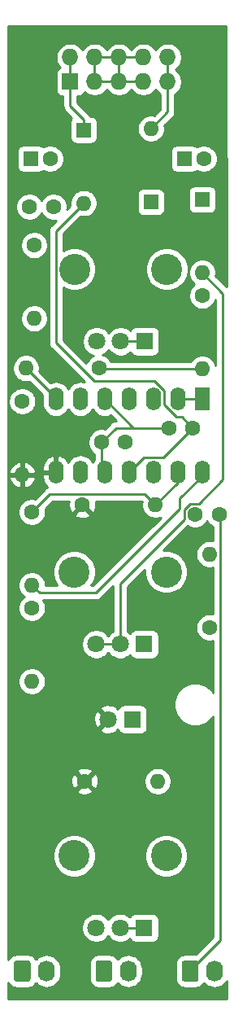
<source format=gbr>
%TF.GenerationSoftware,KiCad,Pcbnew,(5.1.12-1-10_14)*%
%TF.CreationDate,2021-12-12T17:04:58+01:00*%
%TF.ProjectId,envy,656e7679-2e6b-4696-9361-645f70636258,rev?*%
%TF.SameCoordinates,Original*%
%TF.FileFunction,Copper,L2,Bot*%
%TF.FilePolarity,Positive*%
%FSLAX46Y46*%
G04 Gerber Fmt 4.6, Leading zero omitted, Abs format (unit mm)*
G04 Created by KiCad (PCBNEW (5.1.12-1-10_14)) date 2021-12-12 17:04:58*
%MOMM*%
%LPD*%
G01*
G04 APERTURE LIST*
%TA.AperFunction,ComponentPad*%
%ADD10R,1.600000X1.600000*%
%TD*%
%TA.AperFunction,ComponentPad*%
%ADD11O,1.600000X1.600000*%
%TD*%
%TA.AperFunction,ComponentPad*%
%ADD12C,1.600000*%
%TD*%
%TA.AperFunction,ComponentPad*%
%ADD13R,1.727200X1.727200*%
%TD*%
%TA.AperFunction,ComponentPad*%
%ADD14O,1.727200X1.727200*%
%TD*%
%TA.AperFunction,ComponentPad*%
%ADD15R,1.800000X1.800000*%
%TD*%
%TA.AperFunction,ComponentPad*%
%ADD16C,1.800000*%
%TD*%
%TA.AperFunction,ComponentPad*%
%ADD17C,3.240000*%
%TD*%
%TA.AperFunction,ComponentPad*%
%ADD18O,1.740000X2.200000*%
%TD*%
%TA.AperFunction,ComponentPad*%
%ADD19R,1.600000X2.400000*%
%TD*%
%TA.AperFunction,ComponentPad*%
%ADD20O,1.600000X2.400000*%
%TD*%
%TA.AperFunction,Conductor*%
%ADD21C,0.250000*%
%TD*%
%TA.AperFunction,Conductor*%
%ADD22C,0.254000*%
%TD*%
%TA.AperFunction,Conductor*%
%ADD23C,0.100000*%
%TD*%
G04 APERTURE END LIST*
D10*
%TO.P,D4,1*%
%TO.N,Net-(D4-Pad1)*%
X76400000Y-45500000D03*
D11*
%TO.P,D4,2*%
%TO.N,Net-(C2-Pad2)*%
X76400000Y-53120000D03*
%TD*%
%TO.P,D3,2*%
%TO.N,Net-(D3-Pad2)*%
X83400000Y-45380000D03*
D10*
%TO.P,D3,1*%
%TO.N,Net-(C1-Pad1)*%
X83400000Y-53000000D03*
%TD*%
%TO.P,C2,1*%
%TO.N,GND*%
X70900000Y-48500000D03*
D12*
%TO.P,C2,2*%
%TO.N,Net-(C2-Pad2)*%
X72900000Y-48500000D03*
%TD*%
%TO.P,C1,2*%
%TO.N,GND*%
X88900000Y-48500000D03*
D10*
%TO.P,C1,1*%
%TO.N,Net-(C1-Pad1)*%
X86900000Y-48500000D03*
%TD*%
D13*
%TO.P,J5,1*%
%TO.N,Net-(D4-Pad1)*%
X75000000Y-40500000D03*
D14*
%TO.P,J5,2*%
X75000000Y-37960000D03*
%TO.P,J5,3*%
%TO.N,GND*%
X77540000Y-40500000D03*
%TO.P,J5,4*%
X77540000Y-37960000D03*
%TO.P,J5,5*%
X80080000Y-40500000D03*
%TO.P,J5,6*%
X80080000Y-37960000D03*
%TO.P,J5,7*%
X82620000Y-40500000D03*
%TO.P,J5,8*%
X82620000Y-37960000D03*
%TO.P,J5,9*%
%TO.N,Net-(D3-Pad2)*%
X85160000Y-40500000D03*
%TO.P,J5,10*%
X85160000Y-37960000D03*
%TD*%
D15*
%TO.P,RV3,1*%
%TO.N,Net-(R2-Pad1)*%
X82700000Y-128500000D03*
D16*
%TO.P,RV3,2*%
X80200000Y-128500000D03*
%TO.P,RV3,3*%
%TO.N,Net-(R9-Pad2)*%
X77700000Y-128500000D03*
D17*
%TO.P,RV3,*%
%TO.N,*%
X75400000Y-121000000D03*
X85000000Y-121000000D03*
%TD*%
D15*
%TO.P,RV1,1*%
%TO.N,Net-(RV1-Pad1)*%
X82700000Y-99000000D03*
D16*
%TO.P,RV1,2*%
%TO.N,Net-(D2-Pad2)*%
X80200000Y-99000000D03*
%TO.P,RV1,3*%
X77700000Y-99000000D03*
D17*
%TO.P,RV1,*%
%TO.N,*%
X75400000Y-91500000D03*
X85000000Y-91500000D03*
%TD*%
%TO.P,RV2,*%
%TO.N,*%
X85050000Y-60000000D03*
X75450000Y-60000000D03*
D16*
%TO.P,RV2,3*%
%TO.N,Net-(C6-Pad1)*%
X77750000Y-67500000D03*
%TO.P,RV2,2*%
%TO.N,Net-(D2-Pad1)*%
X80250000Y-67500000D03*
D15*
%TO.P,RV2,1*%
X82750000Y-67500000D03*
%TD*%
D12*
%TO.P,C3,1*%
%TO.N,Net-(C1-Pad1)*%
X80750000Y-78000000D03*
%TO.P,C3,2*%
%TO.N,GND*%
X78250000Y-78000000D03*
%TD*%
%TO.P,C4,2*%
%TO.N,Net-(C2-Pad2)*%
X87750000Y-76500000D03*
%TO.P,C4,1*%
%TO.N,GND*%
X85250000Y-76500000D03*
%TD*%
%TO.P,C5,1*%
%TO.N,Net-(C5-Pad1)*%
X88000000Y-85500000D03*
%TO.P,C5,2*%
%TO.N,Net-(C5-Pad2)*%
X90500000Y-85500000D03*
%TD*%
%TO.P,C6,2*%
%TO.N,GND*%
X70750000Y-53500000D03*
%TO.P,C6,1*%
%TO.N,Net-(C6-Pad1)*%
X73250000Y-53500000D03*
%TD*%
D15*
%TO.P,D1,1*%
%TO.N,Net-(D1-Pad1)*%
X81500000Y-106800000D03*
D16*
%TO.P,D1,2*%
%TO.N,Net-(D1-Pad2)*%
X78960000Y-106800000D03*
%TD*%
D10*
%TO.P,D2,1*%
%TO.N,Net-(D2-Pad1)*%
X88750000Y-52750000D03*
D11*
%TO.P,D2,2*%
%TO.N,Net-(D2-Pad2)*%
X88750000Y-60370000D03*
%TD*%
%TO.P,IN,1*%
%TO.N,Net-(C5-Pad2)*%
%TA.AperFunction,ComponentPad*%
G36*
G01*
X86630000Y-133850001D02*
X86630000Y-132149999D01*
G75*
G02*
X86879999Y-131900000I249999J0D01*
G01*
X88120001Y-131900000D01*
G75*
G02*
X88370000Y-132149999I0J-249999D01*
G01*
X88370000Y-133850001D01*
G75*
G02*
X88120001Y-134100000I-249999J0D01*
G01*
X86879999Y-134100000D01*
G75*
G02*
X86630000Y-133850001I0J249999D01*
G01*
G37*
%TD.AperFunction*%
D18*
%TO.P,IN,2*%
%TO.N,GND*%
X90040000Y-133000000D03*
%TD*%
%TO.P,J2,2*%
%TO.N,GND*%
X81040000Y-133000000D03*
%TO.P,J2,1*%
%TO.N,Net-(J2-Pad1)*%
%TA.AperFunction,ComponentPad*%
G36*
G01*
X77630000Y-133850001D02*
X77630000Y-132149999D01*
G75*
G02*
X77879999Y-131900000I249999J0D01*
G01*
X79120001Y-131900000D01*
G75*
G02*
X79370000Y-132149999I0J-249999D01*
G01*
X79370000Y-133850001D01*
G75*
G02*
X79120001Y-134100000I-249999J0D01*
G01*
X77879999Y-134100000D01*
G75*
G02*
X77630000Y-133850001I0J249999D01*
G01*
G37*
%TD.AperFunction*%
%TD*%
%TO.P,INV,1*%
%TO.N,Net-(J3-Pad1)*%
%TA.AperFunction,ComponentPad*%
G36*
G01*
X69130000Y-133850001D02*
X69130000Y-132149999D01*
G75*
G02*
X69379999Y-131900000I249999J0D01*
G01*
X70620001Y-131900000D01*
G75*
G02*
X70870000Y-132149999I0J-249999D01*
G01*
X70870000Y-133850001D01*
G75*
G02*
X70620001Y-134100000I-249999J0D01*
G01*
X69379999Y-134100000D01*
G75*
G02*
X69130000Y-133850001I0J249999D01*
G01*
G37*
%TD.AperFunction*%
%TO.P,INV,2*%
%TO.N,GND*%
X72540000Y-133000000D03*
%TD*%
D12*
%TO.P,R1,1*%
%TO.N,Net-(C5-Pad1)*%
X89500000Y-97250000D03*
D11*
%TO.P,R1,2*%
%TO.N,GND*%
X89500000Y-89630000D03*
%TD*%
%TO.P,R2,2*%
%TO.N,Net-(D1-Pad2)*%
X70000000Y-81370000D03*
D12*
%TO.P,R2,1*%
%TO.N,Net-(R2-Pad1)*%
X70000000Y-73750000D03*
%TD*%
D11*
%TO.P,R3,2*%
%TO.N,Net-(D1-Pad1)*%
X71250000Y-65120000D03*
D12*
%TO.P,R3,1*%
%TO.N,GND*%
X71250000Y-57500000D03*
%TD*%
%TO.P,R4,1*%
%TO.N,Net-(D1-Pad2)*%
X76500000Y-113250000D03*
D11*
%TO.P,R4,2*%
%TO.N,Net-(J2-Pad1)*%
X84120000Y-113250000D03*
%TD*%
D12*
%TO.P,R5,1*%
%TO.N,Net-(D1-Pad2)*%
X76250000Y-84500000D03*
D11*
%TO.P,R5,2*%
%TO.N,Net-(R5-Pad2)*%
X83870000Y-84500000D03*
%TD*%
%TO.P,R6,2*%
%TO.N,Net-(R6-Pad2)*%
X71000000Y-92870000D03*
D12*
%TO.P,R6,1*%
%TO.N,Net-(R5-Pad2)*%
X71000000Y-85250000D03*
%TD*%
D11*
%TO.P,R7,2*%
%TO.N,Net-(R7-Pad2)*%
X88750000Y-70370000D03*
D12*
%TO.P,R7,1*%
%TO.N,Net-(D2-Pad1)*%
X88750000Y-62750000D03*
%TD*%
%TO.P,R8,1*%
%TO.N,Net-(R6-Pad2)*%
X71000000Y-95250000D03*
D11*
%TO.P,R8,2*%
%TO.N,Net-(J3-Pad1)*%
X71000000Y-102870000D03*
%TD*%
D12*
%TO.P,R9,1*%
%TO.N,Net-(R7-Pad2)*%
X78000000Y-70300000D03*
D11*
%TO.P,R9,2*%
%TO.N,Net-(R9-Pad2)*%
X70380000Y-70300000D03*
%TD*%
D19*
%TO.P,U1,1*%
%TO.N,Net-(RV1-Pad1)*%
X88750000Y-73500000D03*
D20*
%TO.P,U1,8*%
%TO.N,Net-(D1-Pad2)*%
X73510000Y-81120000D03*
%TO.P,U1,2*%
%TO.N,Net-(RV1-Pad1)*%
X86210000Y-73500000D03*
%TO.P,U1,9*%
%TO.N,Net-(R2-Pad1)*%
X76050000Y-81120000D03*
%TO.P,U1,3*%
%TO.N,Net-(C5-Pad1)*%
X83670000Y-73500000D03*
%TO.P,U1,10*%
%TO.N,GND*%
X78590000Y-81120000D03*
%TO.P,U1,4*%
%TO.N,Net-(C1-Pad1)*%
X81130000Y-73500000D03*
%TO.P,U1,11*%
%TO.N,Net-(C2-Pad2)*%
X81130000Y-81120000D03*
%TO.P,U1,5*%
%TO.N,GND*%
X78590000Y-73500000D03*
%TO.P,U1,12*%
X83670000Y-81120000D03*
%TO.P,U1,6*%
%TO.N,Net-(R7-Pad2)*%
X76050000Y-73500000D03*
%TO.P,U1,13*%
%TO.N,Net-(R5-Pad2)*%
X86210000Y-81120000D03*
%TO.P,U1,7*%
%TO.N,Net-(R9-Pad2)*%
X73510000Y-73500000D03*
%TO.P,U1,14*%
%TO.N,Net-(R6-Pad2)*%
X88750000Y-81120000D03*
%TD*%
D21*
%TO.N,Net-(C2-Pad2)*%
X84655010Y-79594990D02*
X87750000Y-76500000D01*
X82655010Y-79594990D02*
X84655010Y-79594990D01*
X81130000Y-81120000D02*
X82655010Y-79594990D01*
X73504999Y-56015001D02*
X76400000Y-53120000D01*
X73504999Y-67670001D02*
X73504999Y-56015001D01*
X84795010Y-72634006D02*
X83786005Y-71625001D01*
X84795010Y-74076014D02*
X84795010Y-72634006D01*
X86624999Y-75374999D02*
X86093995Y-75374999D01*
X86093995Y-75374999D02*
X84795010Y-74076014D01*
X87750000Y-76500000D02*
X86624999Y-75374999D01*
X83786005Y-71625001D02*
X77459999Y-71625001D01*
X77459999Y-71625001D02*
X73504999Y-67670001D01*
%TO.N,GND*%
X77540000Y-40500000D02*
X77540000Y-37960000D01*
X77540000Y-37960000D02*
X80080000Y-37960000D01*
X80080000Y-37960000D02*
X82620000Y-37960000D01*
X82620000Y-40500000D02*
X80080000Y-40500000D01*
X80080000Y-40500000D02*
X77540000Y-40500000D01*
X80080000Y-37960000D02*
X80080000Y-40500000D01*
X78250000Y-80780000D02*
X78590000Y-81120000D01*
X78250000Y-78000000D02*
X78250000Y-80780000D01*
X81590000Y-76500000D02*
X78590000Y-73500000D01*
X85250000Y-76500000D02*
X81590000Y-76500000D01*
X79750000Y-76500000D02*
X78250000Y-78000000D01*
X85250000Y-76500000D02*
X79750000Y-76500000D01*
%TO.N,Net-(D4-Pad1)*%
X76400000Y-45500000D02*
X76400000Y-44400000D01*
X75000000Y-43000000D02*
X75000000Y-40500000D01*
X76400000Y-44400000D02*
X75000000Y-43000000D01*
X75000000Y-37960000D02*
X75000000Y-40500000D01*
%TO.N,Net-(C5-Pad2)*%
X87500000Y-133000000D02*
X87500000Y-132900000D01*
X90625001Y-85625001D02*
X90500000Y-85500000D01*
X90625001Y-129774999D02*
X90625001Y-85625001D01*
X87500000Y-132900000D02*
X90625001Y-129774999D01*
%TO.N,Net-(D3-Pad2)*%
X85160000Y-43620000D02*
X83400000Y-45380000D01*
X85160000Y-40500000D02*
X85160000Y-43620000D01*
X85160000Y-40500000D02*
X85160000Y-37960000D01*
%TO.N,Net-(R5-Pad2)*%
X72875001Y-83374999D02*
X71000000Y-85250000D01*
X82744999Y-83374999D02*
X72875001Y-83374999D01*
X83870000Y-84500000D02*
X82744999Y-83374999D01*
X86210000Y-82160000D02*
X83870000Y-84500000D01*
X86210000Y-81120000D02*
X86210000Y-82160000D01*
%TO.N,Net-(R6-Pad2)*%
X88750000Y-81520000D02*
X88750000Y-81120000D01*
X86424988Y-83845012D02*
X88750000Y-81520000D01*
X71000000Y-92870000D02*
X71799999Y-93669999D01*
X77650001Y-93669999D02*
X86424988Y-84895012D01*
X71799999Y-93669999D02*
X77650001Y-93669999D01*
X86424988Y-84895012D02*
X86424988Y-83845012D01*
%TO.N,Net-(R7-Pad2)*%
X78130000Y-70370000D02*
X78000000Y-70500000D01*
X78070000Y-70370000D02*
X78000000Y-70300000D01*
X88750000Y-70370000D02*
X78070000Y-70370000D01*
%TO.N,Net-(D2-Pad1)*%
X82750000Y-67500000D02*
X80250000Y-67500000D01*
%TO.N,Net-(D2-Pad2)*%
X87459999Y-84374999D02*
X88425001Y-84374999D01*
X80200000Y-92700000D02*
X86874999Y-86025001D01*
X80200000Y-99000000D02*
X80200000Y-92700000D01*
X86874999Y-84959999D02*
X87459999Y-84374999D01*
X86874999Y-86025001D02*
X86874999Y-84959999D01*
X88425001Y-84374999D02*
X90900000Y-81900000D01*
X90900000Y-62520000D02*
X88750000Y-60370000D01*
X90900000Y-81900000D02*
X90900000Y-62520000D01*
X80200000Y-99000000D02*
X77700000Y-99000000D01*
%TO.N,Net-(R2-Pad1)*%
X80200000Y-128500000D02*
X82700000Y-128500000D01*
%TO.N,Net-(R9-Pad2)*%
X73510000Y-73500000D02*
X73380000Y-73500000D01*
X73510000Y-73430000D02*
X70380000Y-70300000D01*
X73510000Y-73500000D02*
X73510000Y-73430000D01*
%TO.N,Net-(RV1-Pad1)*%
X88750000Y-73500000D02*
X86210000Y-73500000D01*
%TD*%
D22*
%TO.N,Net-(D1-Pad2)*%
X91267134Y-61812332D02*
X90148688Y-60693886D01*
X90185000Y-60511335D01*
X90185000Y-60228665D01*
X90129853Y-59951426D01*
X90021680Y-59690273D01*
X89864637Y-59455241D01*
X89664759Y-59255363D01*
X89429727Y-59098320D01*
X89168574Y-58990147D01*
X88891335Y-58935000D01*
X88608665Y-58935000D01*
X88331426Y-58990147D01*
X88070273Y-59098320D01*
X87835241Y-59255363D01*
X87635363Y-59455241D01*
X87478320Y-59690273D01*
X87370147Y-59951426D01*
X87315000Y-60228665D01*
X87315000Y-60511335D01*
X87370147Y-60788574D01*
X87478320Y-61049727D01*
X87635363Y-61284759D01*
X87835241Y-61484637D01*
X87948030Y-61560000D01*
X87835241Y-61635363D01*
X87635363Y-61835241D01*
X87478320Y-62070273D01*
X87370147Y-62331426D01*
X87315000Y-62608665D01*
X87315000Y-62891335D01*
X87370147Y-63168574D01*
X87478320Y-63429727D01*
X87635363Y-63664759D01*
X87835241Y-63864637D01*
X88070273Y-64021680D01*
X88331426Y-64129853D01*
X88608665Y-64185000D01*
X88891335Y-64185000D01*
X89168574Y-64129853D01*
X89429727Y-64021680D01*
X89664759Y-63864637D01*
X89864637Y-63664759D01*
X90021680Y-63429727D01*
X90129853Y-63168574D01*
X90140001Y-63117557D01*
X90140001Y-70002441D01*
X90129853Y-69951426D01*
X90021680Y-69690273D01*
X89864637Y-69455241D01*
X89664759Y-69255363D01*
X89429727Y-69098320D01*
X89168574Y-68990147D01*
X88891335Y-68935000D01*
X88608665Y-68935000D01*
X88331426Y-68990147D01*
X88070273Y-69098320D01*
X87835241Y-69255363D01*
X87635363Y-69455241D01*
X87531957Y-69610000D01*
X79264816Y-69610000D01*
X79114637Y-69385241D01*
X78914759Y-69185363D01*
X78679727Y-69028320D01*
X78418574Y-68920147D01*
X78360499Y-68908595D01*
X78477095Y-68860299D01*
X78728505Y-68692312D01*
X78942312Y-68478505D01*
X79000000Y-68392169D01*
X79057688Y-68478505D01*
X79271495Y-68692312D01*
X79522905Y-68860299D01*
X79802257Y-68976011D01*
X80098816Y-69035000D01*
X80401184Y-69035000D01*
X80697743Y-68976011D01*
X80977095Y-68860299D01*
X81228505Y-68692312D01*
X81266120Y-68654697D01*
X81319463Y-68754494D01*
X81398815Y-68851185D01*
X81495506Y-68930537D01*
X81605820Y-68989502D01*
X81725518Y-69025812D01*
X81850000Y-69038072D01*
X83650000Y-69038072D01*
X83774482Y-69025812D01*
X83894180Y-68989502D01*
X84004494Y-68930537D01*
X84101185Y-68851185D01*
X84180537Y-68754494D01*
X84239502Y-68644180D01*
X84275812Y-68524482D01*
X84288072Y-68400000D01*
X84288072Y-66600000D01*
X84275812Y-66475518D01*
X84239502Y-66355820D01*
X84180537Y-66245506D01*
X84101185Y-66148815D01*
X84004494Y-66069463D01*
X83894180Y-66010498D01*
X83774482Y-65974188D01*
X83650000Y-65961928D01*
X81850000Y-65961928D01*
X81725518Y-65974188D01*
X81605820Y-66010498D01*
X81495506Y-66069463D01*
X81398815Y-66148815D01*
X81319463Y-66245506D01*
X81266120Y-66345303D01*
X81228505Y-66307688D01*
X80977095Y-66139701D01*
X80697743Y-66023989D01*
X80401184Y-65965000D01*
X80098816Y-65965000D01*
X79802257Y-66023989D01*
X79522905Y-66139701D01*
X79271495Y-66307688D01*
X79057688Y-66521495D01*
X79000000Y-66607831D01*
X78942312Y-66521495D01*
X78728505Y-66307688D01*
X78477095Y-66139701D01*
X78197743Y-66023989D01*
X77901184Y-65965000D01*
X77598816Y-65965000D01*
X77302257Y-66023989D01*
X77022905Y-66139701D01*
X76771495Y-66307688D01*
X76557688Y-66521495D01*
X76389701Y-66772905D01*
X76273989Y-67052257D01*
X76215000Y-67348816D01*
X76215000Y-67651184D01*
X76273989Y-67947743D01*
X76389701Y-68227095D01*
X76557688Y-68478505D01*
X76771495Y-68692312D01*
X77022905Y-68860299D01*
X77302257Y-68976011D01*
X77399744Y-68995402D01*
X77320273Y-69028320D01*
X77085241Y-69185363D01*
X76885363Y-69385241D01*
X76728320Y-69620273D01*
X76670255Y-69760455D01*
X74264999Y-67355200D01*
X74264999Y-61920273D01*
X74381857Y-61998355D01*
X74792241Y-62168342D01*
X75227902Y-62255000D01*
X75672098Y-62255000D01*
X76107759Y-62168342D01*
X76518143Y-61998355D01*
X76887479Y-61751573D01*
X77201573Y-61437479D01*
X77448355Y-61068143D01*
X77618342Y-60657759D01*
X77705000Y-60222098D01*
X77705000Y-59777902D01*
X82795000Y-59777902D01*
X82795000Y-60222098D01*
X82881658Y-60657759D01*
X83051645Y-61068143D01*
X83298427Y-61437479D01*
X83612521Y-61751573D01*
X83981857Y-61998355D01*
X84392241Y-62168342D01*
X84827902Y-62255000D01*
X85272098Y-62255000D01*
X85707759Y-62168342D01*
X86118143Y-61998355D01*
X86487479Y-61751573D01*
X86801573Y-61437479D01*
X87048355Y-61068143D01*
X87218342Y-60657759D01*
X87305000Y-60222098D01*
X87305000Y-59777902D01*
X87218342Y-59342241D01*
X87048355Y-58931857D01*
X86801573Y-58562521D01*
X86487479Y-58248427D01*
X86118143Y-58001645D01*
X85707759Y-57831658D01*
X85272098Y-57745000D01*
X84827902Y-57745000D01*
X84392241Y-57831658D01*
X83981857Y-58001645D01*
X83612521Y-58248427D01*
X83298427Y-58562521D01*
X83051645Y-58931857D01*
X82881658Y-59342241D01*
X82795000Y-59777902D01*
X77705000Y-59777902D01*
X77618342Y-59342241D01*
X77448355Y-58931857D01*
X77201573Y-58562521D01*
X76887479Y-58248427D01*
X76518143Y-58001645D01*
X76107759Y-57831658D01*
X75672098Y-57745000D01*
X75227902Y-57745000D01*
X74792241Y-57831658D01*
X74381857Y-58001645D01*
X74264999Y-58079727D01*
X74264999Y-56329802D01*
X76076114Y-54518688D01*
X76258665Y-54555000D01*
X76541335Y-54555000D01*
X76818574Y-54499853D01*
X77079727Y-54391680D01*
X77314759Y-54234637D01*
X77514637Y-54034759D01*
X77671680Y-53799727D01*
X77779853Y-53538574D01*
X77835000Y-53261335D01*
X77835000Y-52978665D01*
X77779853Y-52701426D01*
X77671680Y-52440273D01*
X77514637Y-52205241D01*
X77509396Y-52200000D01*
X81961928Y-52200000D01*
X81961928Y-53800000D01*
X81974188Y-53924482D01*
X82010498Y-54044180D01*
X82069463Y-54154494D01*
X82148815Y-54251185D01*
X82245506Y-54330537D01*
X82355820Y-54389502D01*
X82475518Y-54425812D01*
X82600000Y-54438072D01*
X84200000Y-54438072D01*
X84324482Y-54425812D01*
X84444180Y-54389502D01*
X84554494Y-54330537D01*
X84651185Y-54251185D01*
X84730537Y-54154494D01*
X84789502Y-54044180D01*
X84825812Y-53924482D01*
X84838072Y-53800000D01*
X84838072Y-52200000D01*
X84825812Y-52075518D01*
X84789502Y-51955820D01*
X84786392Y-51950000D01*
X87311928Y-51950000D01*
X87311928Y-53550000D01*
X87324188Y-53674482D01*
X87360498Y-53794180D01*
X87419463Y-53904494D01*
X87498815Y-54001185D01*
X87595506Y-54080537D01*
X87705820Y-54139502D01*
X87825518Y-54175812D01*
X87950000Y-54188072D01*
X89550000Y-54188072D01*
X89674482Y-54175812D01*
X89794180Y-54139502D01*
X89904494Y-54080537D01*
X90001185Y-54001185D01*
X90080537Y-53904494D01*
X90139502Y-53794180D01*
X90175812Y-53674482D01*
X90188072Y-53550000D01*
X90188072Y-51950000D01*
X90175812Y-51825518D01*
X90139502Y-51705820D01*
X90080537Y-51595506D01*
X90001185Y-51498815D01*
X89904494Y-51419463D01*
X89794180Y-51360498D01*
X89674482Y-51324188D01*
X89550000Y-51311928D01*
X87950000Y-51311928D01*
X87825518Y-51324188D01*
X87705820Y-51360498D01*
X87595506Y-51419463D01*
X87498815Y-51498815D01*
X87419463Y-51595506D01*
X87360498Y-51705820D01*
X87324188Y-51825518D01*
X87311928Y-51950000D01*
X84786392Y-51950000D01*
X84730537Y-51845506D01*
X84651185Y-51748815D01*
X84554494Y-51669463D01*
X84444180Y-51610498D01*
X84324482Y-51574188D01*
X84200000Y-51561928D01*
X82600000Y-51561928D01*
X82475518Y-51574188D01*
X82355820Y-51610498D01*
X82245506Y-51669463D01*
X82148815Y-51748815D01*
X82069463Y-51845506D01*
X82010498Y-51955820D01*
X81974188Y-52075518D01*
X81961928Y-52200000D01*
X77509396Y-52200000D01*
X77314759Y-52005363D01*
X77079727Y-51848320D01*
X76818574Y-51740147D01*
X76541335Y-51685000D01*
X76258665Y-51685000D01*
X75981426Y-51740147D01*
X75720273Y-51848320D01*
X75485241Y-52005363D01*
X75285363Y-52205241D01*
X75128320Y-52440273D01*
X75020147Y-52701426D01*
X74965000Y-52978665D01*
X74965000Y-53261335D01*
X75001312Y-53443886D01*
X74655485Y-53789713D01*
X74685000Y-53641335D01*
X74685000Y-53358665D01*
X74629853Y-53081426D01*
X74521680Y-52820273D01*
X74364637Y-52585241D01*
X74164759Y-52385363D01*
X73929727Y-52228320D01*
X73668574Y-52120147D01*
X73391335Y-52065000D01*
X73108665Y-52065000D01*
X72831426Y-52120147D01*
X72570273Y-52228320D01*
X72335241Y-52385363D01*
X72135363Y-52585241D01*
X72000000Y-52787827D01*
X71864637Y-52585241D01*
X71664759Y-52385363D01*
X71429727Y-52228320D01*
X71168574Y-52120147D01*
X70891335Y-52065000D01*
X70608665Y-52065000D01*
X70331426Y-52120147D01*
X70070273Y-52228320D01*
X69835241Y-52385363D01*
X69635363Y-52585241D01*
X69478320Y-52820273D01*
X69370147Y-53081426D01*
X69315000Y-53358665D01*
X69315000Y-53641335D01*
X69370147Y-53918574D01*
X69478320Y-54179727D01*
X69635363Y-54414759D01*
X69835241Y-54614637D01*
X70070273Y-54771680D01*
X70331426Y-54879853D01*
X70608665Y-54935000D01*
X70891335Y-54935000D01*
X71168574Y-54879853D01*
X71429727Y-54771680D01*
X71664759Y-54614637D01*
X71864637Y-54414759D01*
X72000000Y-54212173D01*
X72135363Y-54414759D01*
X72335241Y-54614637D01*
X72570273Y-54771680D01*
X72831426Y-54879853D01*
X73108665Y-54935000D01*
X73391335Y-54935000D01*
X73539714Y-54905485D01*
X72993997Y-55451202D01*
X72964999Y-55475000D01*
X72941201Y-55503998D01*
X72941200Y-55503999D01*
X72870025Y-55590725D01*
X72799453Y-55722755D01*
X72755997Y-55866016D01*
X72741323Y-56015001D01*
X72745000Y-56052333D01*
X72744999Y-67632679D01*
X72741323Y-67670001D01*
X72744999Y-67707323D01*
X72744999Y-67707333D01*
X72755996Y-67818986D01*
X72787935Y-67924276D01*
X72799453Y-67962247D01*
X72870025Y-68094277D01*
X72903425Y-68134974D01*
X72964998Y-68210002D01*
X72994002Y-68233805D01*
X76495882Y-71735686D01*
X76331309Y-71685764D01*
X76050000Y-71658057D01*
X75768692Y-71685764D01*
X75498193Y-71767818D01*
X75248900Y-71901068D01*
X75030393Y-72080392D01*
X74851068Y-72298899D01*
X74780000Y-72431858D01*
X74708932Y-72298899D01*
X74529608Y-72080392D01*
X74311101Y-71901068D01*
X74061808Y-71767818D01*
X73791309Y-71685764D01*
X73510000Y-71658057D01*
X73228692Y-71685764D01*
X72958193Y-71767818D01*
X72935011Y-71780209D01*
X71778688Y-70623886D01*
X71815000Y-70441335D01*
X71815000Y-70158665D01*
X71759853Y-69881426D01*
X71651680Y-69620273D01*
X71494637Y-69385241D01*
X71294759Y-69185363D01*
X71059727Y-69028320D01*
X70798574Y-68920147D01*
X70521335Y-68865000D01*
X70238665Y-68865000D01*
X69961426Y-68920147D01*
X69700273Y-69028320D01*
X69465241Y-69185363D01*
X69265363Y-69385241D01*
X69108320Y-69620273D01*
X69000147Y-69881426D01*
X68945000Y-70158665D01*
X68945000Y-70441335D01*
X69000147Y-70718574D01*
X69108320Y-70979727D01*
X69265363Y-71214759D01*
X69465241Y-71414637D01*
X69700273Y-71571680D01*
X69961426Y-71679853D01*
X70238665Y-71735000D01*
X70521335Y-71735000D01*
X70703886Y-71698688D01*
X72075000Y-73069802D01*
X72075000Y-73970491D01*
X72095764Y-74181308D01*
X72177818Y-74451807D01*
X72311068Y-74701100D01*
X72490392Y-74919607D01*
X72708899Y-75098932D01*
X72958192Y-75232182D01*
X73228691Y-75314236D01*
X73510000Y-75341943D01*
X73791308Y-75314236D01*
X74061807Y-75232182D01*
X74311100Y-75098932D01*
X74529607Y-74919608D01*
X74708932Y-74701101D01*
X74780000Y-74568142D01*
X74851068Y-74701100D01*
X75030392Y-74919607D01*
X75248899Y-75098932D01*
X75498192Y-75232182D01*
X75768691Y-75314236D01*
X76050000Y-75341943D01*
X76331308Y-75314236D01*
X76601807Y-75232182D01*
X76851100Y-75098932D01*
X77069607Y-74919608D01*
X77248932Y-74701101D01*
X77320000Y-74568142D01*
X77391068Y-74701100D01*
X77570392Y-74919607D01*
X77788899Y-75098932D01*
X78038192Y-75232182D01*
X78308691Y-75314236D01*
X78590000Y-75341943D01*
X78871308Y-75314236D01*
X79141807Y-75232182D01*
X79210606Y-75195408D01*
X79751689Y-75736490D01*
X79749999Y-75736324D01*
X79712676Y-75740000D01*
X79712667Y-75740000D01*
X79601014Y-75750997D01*
X79457753Y-75794454D01*
X79325724Y-75865026D01*
X79209999Y-75959999D01*
X79186201Y-75988997D01*
X78573886Y-76601312D01*
X78391335Y-76565000D01*
X78108665Y-76565000D01*
X77831426Y-76620147D01*
X77570273Y-76728320D01*
X77335241Y-76885363D01*
X77135363Y-77085241D01*
X76978320Y-77320273D01*
X76870147Y-77581426D01*
X76815000Y-77858665D01*
X76815000Y-78141335D01*
X76870147Y-78418574D01*
X76978320Y-78679727D01*
X77135363Y-78914759D01*
X77335241Y-79114637D01*
X77490000Y-79218044D01*
X77490001Y-79798350D01*
X77391068Y-79918899D01*
X77320000Y-80051858D01*
X77248932Y-79918899D01*
X77069608Y-79700392D01*
X76851101Y-79521068D01*
X76601808Y-79387818D01*
X76331309Y-79305764D01*
X76050000Y-79278057D01*
X75768692Y-79305764D01*
X75498193Y-79387818D01*
X75248900Y-79521068D01*
X75030393Y-79700392D01*
X74851068Y-79918899D01*
X74782735Y-80046741D01*
X74632601Y-79817161D01*
X74434895Y-79615500D01*
X74201646Y-79456285D01*
X73941818Y-79345633D01*
X73859039Y-79328096D01*
X73637000Y-79450085D01*
X73637000Y-80993000D01*
X73657000Y-80993000D01*
X73657000Y-81247000D01*
X73637000Y-81247000D01*
X73637000Y-81267000D01*
X73383000Y-81267000D01*
X73383000Y-81247000D01*
X72075000Y-81247000D01*
X72075000Y-81647000D01*
X72127350Y-81924514D01*
X72232834Y-82186483D01*
X72387399Y-82422839D01*
X72585105Y-82624500D01*
X72629976Y-82655129D01*
X72582754Y-82669453D01*
X72450725Y-82740025D01*
X72335000Y-82834998D01*
X72311202Y-82863996D01*
X71323886Y-83851312D01*
X71141335Y-83815000D01*
X70858665Y-83815000D01*
X70581426Y-83870147D01*
X70320273Y-83978320D01*
X70085241Y-84135363D01*
X69885363Y-84335241D01*
X69728320Y-84570273D01*
X69620147Y-84831426D01*
X69565000Y-85108665D01*
X69565000Y-85391335D01*
X69620147Y-85668574D01*
X69728320Y-85929727D01*
X69885363Y-86164759D01*
X70085241Y-86364637D01*
X70320273Y-86521680D01*
X70581426Y-86629853D01*
X70858665Y-86685000D01*
X71141335Y-86685000D01*
X71418574Y-86629853D01*
X71679727Y-86521680D01*
X71914759Y-86364637D01*
X72114637Y-86164759D01*
X72271680Y-85929727D01*
X72379853Y-85668574D01*
X72414836Y-85492702D01*
X75436903Y-85492702D01*
X75508486Y-85736671D01*
X75763996Y-85857571D01*
X76038184Y-85926300D01*
X76320512Y-85940217D01*
X76600130Y-85898787D01*
X76866292Y-85803603D01*
X76991514Y-85736671D01*
X77063097Y-85492702D01*
X76250000Y-84679605D01*
X75436903Y-85492702D01*
X72414836Y-85492702D01*
X72435000Y-85391335D01*
X72435000Y-85108665D01*
X72398688Y-84926114D01*
X73189803Y-84134999D01*
X74862098Y-84134999D01*
X74823700Y-84288184D01*
X74809783Y-84570512D01*
X74851213Y-84850130D01*
X74946397Y-85116292D01*
X75013329Y-85241514D01*
X75257298Y-85313097D01*
X76070395Y-84500000D01*
X76056253Y-84485858D01*
X76235858Y-84306253D01*
X76250000Y-84320395D01*
X76264143Y-84306253D01*
X76443748Y-84485858D01*
X76429605Y-84500000D01*
X77242702Y-85313097D01*
X77486671Y-85241514D01*
X77607571Y-84986004D01*
X77676300Y-84711816D01*
X77690217Y-84429488D01*
X77648787Y-84149870D01*
X77643469Y-84134999D01*
X82430198Y-84134999D01*
X82471312Y-84176113D01*
X82435000Y-84358665D01*
X82435000Y-84641335D01*
X82490147Y-84918574D01*
X82598320Y-85179727D01*
X82755363Y-85414759D01*
X82955241Y-85614637D01*
X83190273Y-85771680D01*
X83451426Y-85879853D01*
X83728665Y-85935000D01*
X84011335Y-85935000D01*
X84288574Y-85879853D01*
X84419630Y-85825568D01*
X77335200Y-92909999D01*
X77169935Y-92909999D01*
X77398355Y-92568143D01*
X77568342Y-92157759D01*
X77655000Y-91722098D01*
X77655000Y-91277902D01*
X77568342Y-90842241D01*
X77398355Y-90431857D01*
X77151573Y-90062521D01*
X76837479Y-89748427D01*
X76468143Y-89501645D01*
X76057759Y-89331658D01*
X75622098Y-89245000D01*
X75177902Y-89245000D01*
X74742241Y-89331658D01*
X74331857Y-89501645D01*
X73962521Y-89748427D01*
X73648427Y-90062521D01*
X73401645Y-90431857D01*
X73231658Y-90842241D01*
X73145000Y-91277902D01*
X73145000Y-91722098D01*
X73231658Y-92157759D01*
X73401645Y-92568143D01*
X73630065Y-92909999D01*
X72435000Y-92909999D01*
X72435000Y-92728665D01*
X72379853Y-92451426D01*
X72271680Y-92190273D01*
X72114637Y-91955241D01*
X71914759Y-91755363D01*
X71679727Y-91598320D01*
X71418574Y-91490147D01*
X71141335Y-91435000D01*
X70858665Y-91435000D01*
X70581426Y-91490147D01*
X70320273Y-91598320D01*
X70085241Y-91755363D01*
X69885363Y-91955241D01*
X69728320Y-92190273D01*
X69620147Y-92451426D01*
X69565000Y-92728665D01*
X69565000Y-93011335D01*
X69620147Y-93288574D01*
X69728320Y-93549727D01*
X69885363Y-93784759D01*
X70085241Y-93984637D01*
X70198030Y-94060000D01*
X70085241Y-94135363D01*
X69885363Y-94335241D01*
X69728320Y-94570273D01*
X69620147Y-94831426D01*
X69565000Y-95108665D01*
X69565000Y-95391335D01*
X69620147Y-95668574D01*
X69728320Y-95929727D01*
X69885363Y-96164759D01*
X70085241Y-96364637D01*
X70320273Y-96521680D01*
X70581426Y-96629853D01*
X70858665Y-96685000D01*
X71141335Y-96685000D01*
X71418574Y-96629853D01*
X71679727Y-96521680D01*
X71914759Y-96364637D01*
X72114637Y-96164759D01*
X72271680Y-95929727D01*
X72379853Y-95668574D01*
X72435000Y-95391335D01*
X72435000Y-95108665D01*
X72379853Y-94831426D01*
X72271680Y-94570273D01*
X72177952Y-94429999D01*
X77612679Y-94429999D01*
X77650001Y-94433675D01*
X77687323Y-94429999D01*
X77687334Y-94429999D01*
X77798987Y-94419002D01*
X77942248Y-94375545D01*
X78074277Y-94304973D01*
X78190002Y-94210000D01*
X78213805Y-94180996D01*
X79440001Y-92954800D01*
X79440000Y-97661687D01*
X79221495Y-97807688D01*
X79007688Y-98021495D01*
X78950000Y-98107831D01*
X78892312Y-98021495D01*
X78678505Y-97807688D01*
X78427095Y-97639701D01*
X78147743Y-97523989D01*
X77851184Y-97465000D01*
X77548816Y-97465000D01*
X77252257Y-97523989D01*
X76972905Y-97639701D01*
X76721495Y-97807688D01*
X76507688Y-98021495D01*
X76339701Y-98272905D01*
X76223989Y-98552257D01*
X76165000Y-98848816D01*
X76165000Y-99151184D01*
X76223989Y-99447743D01*
X76339701Y-99727095D01*
X76507688Y-99978505D01*
X76721495Y-100192312D01*
X76972905Y-100360299D01*
X77252257Y-100476011D01*
X77548816Y-100535000D01*
X77851184Y-100535000D01*
X78147743Y-100476011D01*
X78427095Y-100360299D01*
X78678505Y-100192312D01*
X78892312Y-99978505D01*
X78950000Y-99892169D01*
X79007688Y-99978505D01*
X79221495Y-100192312D01*
X79472905Y-100360299D01*
X79752257Y-100476011D01*
X80048816Y-100535000D01*
X80351184Y-100535000D01*
X80647743Y-100476011D01*
X80927095Y-100360299D01*
X81178505Y-100192312D01*
X81216120Y-100154697D01*
X81269463Y-100254494D01*
X81348815Y-100351185D01*
X81445506Y-100430537D01*
X81555820Y-100489502D01*
X81675518Y-100525812D01*
X81800000Y-100538072D01*
X83600000Y-100538072D01*
X83724482Y-100525812D01*
X83844180Y-100489502D01*
X83954494Y-100430537D01*
X84051185Y-100351185D01*
X84130537Y-100254494D01*
X84189502Y-100144180D01*
X84225812Y-100024482D01*
X84238072Y-99900000D01*
X84238072Y-98100000D01*
X84225812Y-97975518D01*
X84189502Y-97855820D01*
X84130537Y-97745506D01*
X84051185Y-97648815D01*
X83954494Y-97569463D01*
X83844180Y-97510498D01*
X83724482Y-97474188D01*
X83600000Y-97461928D01*
X81800000Y-97461928D01*
X81675518Y-97474188D01*
X81555820Y-97510498D01*
X81445506Y-97569463D01*
X81348815Y-97648815D01*
X81269463Y-97745506D01*
X81216120Y-97845303D01*
X81178505Y-97807688D01*
X80960000Y-97661687D01*
X80960000Y-93014801D01*
X82756943Y-91217858D01*
X82745000Y-91277902D01*
X82745000Y-91722098D01*
X82831658Y-92157759D01*
X83001645Y-92568143D01*
X83248427Y-92937479D01*
X83562521Y-93251573D01*
X83931857Y-93498355D01*
X84342241Y-93668342D01*
X84777902Y-93755000D01*
X85222098Y-93755000D01*
X85657759Y-93668342D01*
X86068143Y-93498355D01*
X86437479Y-93251573D01*
X86751573Y-92937479D01*
X86998355Y-92568143D01*
X87168342Y-92157759D01*
X87255000Y-91722098D01*
X87255000Y-91277902D01*
X87168342Y-90842241D01*
X86998355Y-90431857D01*
X86751573Y-90062521D01*
X86437479Y-89748427D01*
X86068143Y-89501645D01*
X85657759Y-89331658D01*
X85222098Y-89245000D01*
X84777902Y-89245000D01*
X84717858Y-89256943D01*
X87250046Y-86724756D01*
X87320273Y-86771680D01*
X87581426Y-86879853D01*
X87858665Y-86935000D01*
X88141335Y-86935000D01*
X88418574Y-86879853D01*
X88679727Y-86771680D01*
X88914759Y-86614637D01*
X89114637Y-86414759D01*
X89250000Y-86212173D01*
X89385363Y-86414759D01*
X89585241Y-86614637D01*
X89820273Y-86771680D01*
X89865002Y-86790207D01*
X89865002Y-88239491D01*
X89641335Y-88195000D01*
X89358665Y-88195000D01*
X89081426Y-88250147D01*
X88820273Y-88358320D01*
X88585241Y-88515363D01*
X88385363Y-88715241D01*
X88228320Y-88950273D01*
X88120147Y-89211426D01*
X88065000Y-89488665D01*
X88065000Y-89771335D01*
X88120147Y-90048574D01*
X88228320Y-90309727D01*
X88385363Y-90544759D01*
X88585241Y-90744637D01*
X88820273Y-90901680D01*
X89081426Y-91009853D01*
X89358665Y-91065000D01*
X89641335Y-91065000D01*
X89865002Y-91020509D01*
X89865002Y-95859491D01*
X89641335Y-95815000D01*
X89358665Y-95815000D01*
X89081426Y-95870147D01*
X88820273Y-95978320D01*
X88585241Y-96135363D01*
X88385363Y-96335241D01*
X88228320Y-96570273D01*
X88120147Y-96831426D01*
X88065000Y-97108665D01*
X88065000Y-97391335D01*
X88120147Y-97668574D01*
X88228320Y-97929727D01*
X88385363Y-98164759D01*
X88585241Y-98364637D01*
X88820273Y-98521680D01*
X89081426Y-98629853D01*
X89358665Y-98685000D01*
X89641335Y-98685000D01*
X89865002Y-98640509D01*
X89865002Y-104018279D01*
X89736038Y-103825271D01*
X89424729Y-103513962D01*
X89058669Y-103269369D01*
X88651925Y-103100890D01*
X88220128Y-103015000D01*
X87779872Y-103015000D01*
X87348075Y-103100890D01*
X86941331Y-103269369D01*
X86575271Y-103513962D01*
X86263962Y-103825271D01*
X86019369Y-104191331D01*
X85850890Y-104598075D01*
X85765000Y-105029872D01*
X85765000Y-105470128D01*
X85850890Y-105901925D01*
X86019369Y-106308669D01*
X86263962Y-106674729D01*
X86575271Y-106986038D01*
X86941331Y-107230631D01*
X87348075Y-107399110D01*
X87779872Y-107485000D01*
X88220128Y-107485000D01*
X88651925Y-107399110D01*
X89058669Y-107230631D01*
X89424729Y-106986038D01*
X89736038Y-106674729D01*
X89865002Y-106481721D01*
X89865001Y-129460197D01*
X88063271Y-131261928D01*
X86879999Y-131261928D01*
X86706745Y-131278992D01*
X86540149Y-131329528D01*
X86386613Y-131411595D01*
X86252038Y-131522038D01*
X86141595Y-131656613D01*
X86059528Y-131810149D01*
X86008992Y-131976745D01*
X85991928Y-132149999D01*
X85991928Y-133850001D01*
X86008992Y-134023255D01*
X86059528Y-134189851D01*
X86141595Y-134343387D01*
X86252038Y-134477962D01*
X86386613Y-134588405D01*
X86540149Y-134670472D01*
X86706745Y-134721008D01*
X86879999Y-134738072D01*
X88120001Y-134738072D01*
X88293255Y-134721008D01*
X88459851Y-134670472D01*
X88613387Y-134588405D01*
X88747962Y-134477962D01*
X88858405Y-134343387D01*
X88916934Y-134233886D01*
X88970655Y-134299345D01*
X89199822Y-134487417D01*
X89461276Y-134627166D01*
X89744969Y-134713224D01*
X90040000Y-134742282D01*
X90335032Y-134713224D01*
X90618725Y-134627166D01*
X90880179Y-134487417D01*
X91109345Y-134299345D01*
X91297417Y-134070179D01*
X91337556Y-133995083D01*
X91339356Y-135840000D01*
X68560000Y-135840000D01*
X68560000Y-134190734D01*
X68641595Y-134343387D01*
X68752038Y-134477962D01*
X68886613Y-134588405D01*
X69040149Y-134670472D01*
X69206745Y-134721008D01*
X69379999Y-134738072D01*
X70620001Y-134738072D01*
X70793255Y-134721008D01*
X70959851Y-134670472D01*
X71113387Y-134588405D01*
X71247962Y-134477962D01*
X71358405Y-134343387D01*
X71416934Y-134233886D01*
X71470655Y-134299345D01*
X71699822Y-134487417D01*
X71961276Y-134627166D01*
X72244969Y-134713224D01*
X72540000Y-134742282D01*
X72835032Y-134713224D01*
X73118725Y-134627166D01*
X73380179Y-134487417D01*
X73609345Y-134299345D01*
X73797417Y-134070179D01*
X73937166Y-133808724D01*
X74023224Y-133525031D01*
X74045000Y-133303935D01*
X74045000Y-132696064D01*
X74023224Y-132474968D01*
X73937166Y-132191275D01*
X73915104Y-132149999D01*
X76991928Y-132149999D01*
X76991928Y-133850001D01*
X77008992Y-134023255D01*
X77059528Y-134189851D01*
X77141595Y-134343387D01*
X77252038Y-134477962D01*
X77386613Y-134588405D01*
X77540149Y-134670472D01*
X77706745Y-134721008D01*
X77879999Y-134738072D01*
X79120001Y-134738072D01*
X79293255Y-134721008D01*
X79459851Y-134670472D01*
X79613387Y-134588405D01*
X79747962Y-134477962D01*
X79858405Y-134343387D01*
X79916934Y-134233886D01*
X79970655Y-134299345D01*
X80199822Y-134487417D01*
X80461276Y-134627166D01*
X80744969Y-134713224D01*
X81040000Y-134742282D01*
X81335032Y-134713224D01*
X81618725Y-134627166D01*
X81880179Y-134487417D01*
X82109345Y-134299345D01*
X82297417Y-134070179D01*
X82437166Y-133808724D01*
X82523224Y-133525031D01*
X82545000Y-133303935D01*
X82545000Y-132696064D01*
X82523224Y-132474968D01*
X82437166Y-132191275D01*
X82297417Y-131929821D01*
X82109345Y-131700655D01*
X81880178Y-131512583D01*
X81618724Y-131372834D01*
X81335031Y-131286776D01*
X81040000Y-131257718D01*
X80744968Y-131286776D01*
X80461275Y-131372834D01*
X80199821Y-131512583D01*
X79970655Y-131700655D01*
X79916935Y-131766114D01*
X79858405Y-131656613D01*
X79747962Y-131522038D01*
X79613387Y-131411595D01*
X79459851Y-131329528D01*
X79293255Y-131278992D01*
X79120001Y-131261928D01*
X77879999Y-131261928D01*
X77706745Y-131278992D01*
X77540149Y-131329528D01*
X77386613Y-131411595D01*
X77252038Y-131522038D01*
X77141595Y-131656613D01*
X77059528Y-131810149D01*
X77008992Y-131976745D01*
X76991928Y-132149999D01*
X73915104Y-132149999D01*
X73797417Y-131929821D01*
X73609345Y-131700655D01*
X73380178Y-131512583D01*
X73118724Y-131372834D01*
X72835031Y-131286776D01*
X72540000Y-131257718D01*
X72244968Y-131286776D01*
X71961275Y-131372834D01*
X71699821Y-131512583D01*
X71470655Y-131700655D01*
X71416935Y-131766114D01*
X71358405Y-131656613D01*
X71247962Y-131522038D01*
X71113387Y-131411595D01*
X70959851Y-131329528D01*
X70793255Y-131278992D01*
X70620001Y-131261928D01*
X69379999Y-131261928D01*
X69206745Y-131278992D01*
X69040149Y-131329528D01*
X68886613Y-131411595D01*
X68752038Y-131522038D01*
X68641595Y-131656613D01*
X68560000Y-131809266D01*
X68560000Y-128348816D01*
X76165000Y-128348816D01*
X76165000Y-128651184D01*
X76223989Y-128947743D01*
X76339701Y-129227095D01*
X76507688Y-129478505D01*
X76721495Y-129692312D01*
X76972905Y-129860299D01*
X77252257Y-129976011D01*
X77548816Y-130035000D01*
X77851184Y-130035000D01*
X78147743Y-129976011D01*
X78427095Y-129860299D01*
X78678505Y-129692312D01*
X78892312Y-129478505D01*
X78950000Y-129392169D01*
X79007688Y-129478505D01*
X79221495Y-129692312D01*
X79472905Y-129860299D01*
X79752257Y-129976011D01*
X80048816Y-130035000D01*
X80351184Y-130035000D01*
X80647743Y-129976011D01*
X80927095Y-129860299D01*
X81178505Y-129692312D01*
X81216120Y-129654697D01*
X81269463Y-129754494D01*
X81348815Y-129851185D01*
X81445506Y-129930537D01*
X81555820Y-129989502D01*
X81675518Y-130025812D01*
X81800000Y-130038072D01*
X83600000Y-130038072D01*
X83724482Y-130025812D01*
X83844180Y-129989502D01*
X83954494Y-129930537D01*
X84051185Y-129851185D01*
X84130537Y-129754494D01*
X84189502Y-129644180D01*
X84225812Y-129524482D01*
X84238072Y-129400000D01*
X84238072Y-127600000D01*
X84225812Y-127475518D01*
X84189502Y-127355820D01*
X84130537Y-127245506D01*
X84051185Y-127148815D01*
X83954494Y-127069463D01*
X83844180Y-127010498D01*
X83724482Y-126974188D01*
X83600000Y-126961928D01*
X81800000Y-126961928D01*
X81675518Y-126974188D01*
X81555820Y-127010498D01*
X81445506Y-127069463D01*
X81348815Y-127148815D01*
X81269463Y-127245506D01*
X81216120Y-127345303D01*
X81178505Y-127307688D01*
X80927095Y-127139701D01*
X80647743Y-127023989D01*
X80351184Y-126965000D01*
X80048816Y-126965000D01*
X79752257Y-127023989D01*
X79472905Y-127139701D01*
X79221495Y-127307688D01*
X79007688Y-127521495D01*
X78950000Y-127607831D01*
X78892312Y-127521495D01*
X78678505Y-127307688D01*
X78427095Y-127139701D01*
X78147743Y-127023989D01*
X77851184Y-126965000D01*
X77548816Y-126965000D01*
X77252257Y-127023989D01*
X76972905Y-127139701D01*
X76721495Y-127307688D01*
X76507688Y-127521495D01*
X76339701Y-127772905D01*
X76223989Y-128052257D01*
X76165000Y-128348816D01*
X68560000Y-128348816D01*
X68560000Y-120777902D01*
X73145000Y-120777902D01*
X73145000Y-121222098D01*
X73231658Y-121657759D01*
X73401645Y-122068143D01*
X73648427Y-122437479D01*
X73962521Y-122751573D01*
X74331857Y-122998355D01*
X74742241Y-123168342D01*
X75177902Y-123255000D01*
X75622098Y-123255000D01*
X76057759Y-123168342D01*
X76468143Y-122998355D01*
X76837479Y-122751573D01*
X77151573Y-122437479D01*
X77398355Y-122068143D01*
X77568342Y-121657759D01*
X77655000Y-121222098D01*
X77655000Y-120777902D01*
X82745000Y-120777902D01*
X82745000Y-121222098D01*
X82831658Y-121657759D01*
X83001645Y-122068143D01*
X83248427Y-122437479D01*
X83562521Y-122751573D01*
X83931857Y-122998355D01*
X84342241Y-123168342D01*
X84777902Y-123255000D01*
X85222098Y-123255000D01*
X85657759Y-123168342D01*
X86068143Y-122998355D01*
X86437479Y-122751573D01*
X86751573Y-122437479D01*
X86998355Y-122068143D01*
X87168342Y-121657759D01*
X87255000Y-121222098D01*
X87255000Y-120777902D01*
X87168342Y-120342241D01*
X86998355Y-119931857D01*
X86751573Y-119562521D01*
X86437479Y-119248427D01*
X86068143Y-119001645D01*
X85657759Y-118831658D01*
X85222098Y-118745000D01*
X84777902Y-118745000D01*
X84342241Y-118831658D01*
X83931857Y-119001645D01*
X83562521Y-119248427D01*
X83248427Y-119562521D01*
X83001645Y-119931857D01*
X82831658Y-120342241D01*
X82745000Y-120777902D01*
X77655000Y-120777902D01*
X77568342Y-120342241D01*
X77398355Y-119931857D01*
X77151573Y-119562521D01*
X76837479Y-119248427D01*
X76468143Y-119001645D01*
X76057759Y-118831658D01*
X75622098Y-118745000D01*
X75177902Y-118745000D01*
X74742241Y-118831658D01*
X74331857Y-119001645D01*
X73962521Y-119248427D01*
X73648427Y-119562521D01*
X73401645Y-119931857D01*
X73231658Y-120342241D01*
X73145000Y-120777902D01*
X68560000Y-120777902D01*
X68560000Y-114242702D01*
X75686903Y-114242702D01*
X75758486Y-114486671D01*
X76013996Y-114607571D01*
X76288184Y-114676300D01*
X76570512Y-114690217D01*
X76850130Y-114648787D01*
X77116292Y-114553603D01*
X77241514Y-114486671D01*
X77313097Y-114242702D01*
X76500000Y-113429605D01*
X75686903Y-114242702D01*
X68560000Y-114242702D01*
X68560000Y-113320512D01*
X75059783Y-113320512D01*
X75101213Y-113600130D01*
X75196397Y-113866292D01*
X75263329Y-113991514D01*
X75507298Y-114063097D01*
X76320395Y-113250000D01*
X76679605Y-113250000D01*
X77492702Y-114063097D01*
X77736671Y-113991514D01*
X77857571Y-113736004D01*
X77926300Y-113461816D01*
X77940217Y-113179488D01*
X77929724Y-113108665D01*
X82685000Y-113108665D01*
X82685000Y-113391335D01*
X82740147Y-113668574D01*
X82848320Y-113929727D01*
X83005363Y-114164759D01*
X83205241Y-114364637D01*
X83440273Y-114521680D01*
X83701426Y-114629853D01*
X83978665Y-114685000D01*
X84261335Y-114685000D01*
X84538574Y-114629853D01*
X84799727Y-114521680D01*
X85034759Y-114364637D01*
X85234637Y-114164759D01*
X85391680Y-113929727D01*
X85499853Y-113668574D01*
X85555000Y-113391335D01*
X85555000Y-113108665D01*
X85499853Y-112831426D01*
X85391680Y-112570273D01*
X85234637Y-112335241D01*
X85034759Y-112135363D01*
X84799727Y-111978320D01*
X84538574Y-111870147D01*
X84261335Y-111815000D01*
X83978665Y-111815000D01*
X83701426Y-111870147D01*
X83440273Y-111978320D01*
X83205241Y-112135363D01*
X83005363Y-112335241D01*
X82848320Y-112570273D01*
X82740147Y-112831426D01*
X82685000Y-113108665D01*
X77929724Y-113108665D01*
X77898787Y-112899870D01*
X77803603Y-112633708D01*
X77736671Y-112508486D01*
X77492702Y-112436903D01*
X76679605Y-113250000D01*
X76320395Y-113250000D01*
X75507298Y-112436903D01*
X75263329Y-112508486D01*
X75142429Y-112763996D01*
X75073700Y-113038184D01*
X75059783Y-113320512D01*
X68560000Y-113320512D01*
X68560000Y-112257298D01*
X75686903Y-112257298D01*
X76500000Y-113070395D01*
X77313097Y-112257298D01*
X77241514Y-112013329D01*
X76986004Y-111892429D01*
X76711816Y-111823700D01*
X76429488Y-111809783D01*
X76149870Y-111851213D01*
X75883708Y-111946397D01*
X75758486Y-112013329D01*
X75686903Y-112257298D01*
X68560000Y-112257298D01*
X68560000Y-106866553D01*
X77419009Y-106866553D01*
X77461603Y-107165907D01*
X77561778Y-107451199D01*
X77641739Y-107600792D01*
X77895920Y-107684475D01*
X78780395Y-106800000D01*
X77895920Y-105915525D01*
X77641739Y-105999208D01*
X77510842Y-106271775D01*
X77435635Y-106564642D01*
X77419009Y-106866553D01*
X68560000Y-106866553D01*
X68560000Y-105735920D01*
X78075525Y-105735920D01*
X78960000Y-106620395D01*
X78974143Y-106606253D01*
X79153748Y-106785858D01*
X79139605Y-106800000D01*
X79153748Y-106814143D01*
X78974143Y-106993748D01*
X78960000Y-106979605D01*
X78075525Y-107864080D01*
X78159208Y-108118261D01*
X78431775Y-108249158D01*
X78724642Y-108324365D01*
X79026553Y-108340991D01*
X79325907Y-108298397D01*
X79611199Y-108198222D01*
X79760792Y-108118261D01*
X79844474Y-107864082D01*
X79960422Y-107980030D01*
X80007187Y-107933265D01*
X80010498Y-107944180D01*
X80069463Y-108054494D01*
X80148815Y-108151185D01*
X80245506Y-108230537D01*
X80355820Y-108289502D01*
X80475518Y-108325812D01*
X80600000Y-108338072D01*
X82400000Y-108338072D01*
X82524482Y-108325812D01*
X82644180Y-108289502D01*
X82754494Y-108230537D01*
X82851185Y-108151185D01*
X82930537Y-108054494D01*
X82989502Y-107944180D01*
X83025812Y-107824482D01*
X83038072Y-107700000D01*
X83038072Y-105900000D01*
X83025812Y-105775518D01*
X82989502Y-105655820D01*
X82930537Y-105545506D01*
X82851185Y-105448815D01*
X82754494Y-105369463D01*
X82644180Y-105310498D01*
X82524482Y-105274188D01*
X82400000Y-105261928D01*
X80600000Y-105261928D01*
X80475518Y-105274188D01*
X80355820Y-105310498D01*
X80245506Y-105369463D01*
X80148815Y-105448815D01*
X80069463Y-105545506D01*
X80010498Y-105655820D01*
X80007187Y-105666735D01*
X79960422Y-105619970D01*
X79844474Y-105735918D01*
X79760792Y-105481739D01*
X79488225Y-105350842D01*
X79195358Y-105275635D01*
X78893447Y-105259009D01*
X78594093Y-105301603D01*
X78308801Y-105401778D01*
X78159208Y-105481739D01*
X78075525Y-105735920D01*
X68560000Y-105735920D01*
X68560000Y-102728665D01*
X69565000Y-102728665D01*
X69565000Y-103011335D01*
X69620147Y-103288574D01*
X69728320Y-103549727D01*
X69885363Y-103784759D01*
X70085241Y-103984637D01*
X70320273Y-104141680D01*
X70581426Y-104249853D01*
X70858665Y-104305000D01*
X71141335Y-104305000D01*
X71418574Y-104249853D01*
X71679727Y-104141680D01*
X71914759Y-103984637D01*
X72114637Y-103784759D01*
X72271680Y-103549727D01*
X72379853Y-103288574D01*
X72435000Y-103011335D01*
X72435000Y-102728665D01*
X72379853Y-102451426D01*
X72271680Y-102190273D01*
X72114637Y-101955241D01*
X71914759Y-101755363D01*
X71679727Y-101598320D01*
X71418574Y-101490147D01*
X71141335Y-101435000D01*
X70858665Y-101435000D01*
X70581426Y-101490147D01*
X70320273Y-101598320D01*
X70085241Y-101755363D01*
X69885363Y-101955241D01*
X69728320Y-102190273D01*
X69620147Y-102451426D01*
X69565000Y-102728665D01*
X68560000Y-102728665D01*
X68560000Y-81719040D01*
X68608091Y-81719040D01*
X68702930Y-81983881D01*
X68847615Y-82225131D01*
X69036586Y-82433519D01*
X69262580Y-82601037D01*
X69516913Y-82721246D01*
X69650961Y-82761904D01*
X69873000Y-82639915D01*
X69873000Y-81497000D01*
X70127000Y-81497000D01*
X70127000Y-82639915D01*
X70349039Y-82761904D01*
X70483087Y-82721246D01*
X70737420Y-82601037D01*
X70963414Y-82433519D01*
X71152385Y-82225131D01*
X71297070Y-81983881D01*
X71391909Y-81719040D01*
X71270624Y-81497000D01*
X70127000Y-81497000D01*
X69873000Y-81497000D01*
X68729376Y-81497000D01*
X68608091Y-81719040D01*
X68560000Y-81719040D01*
X68560000Y-81020960D01*
X68608091Y-81020960D01*
X68729376Y-81243000D01*
X69873000Y-81243000D01*
X69873000Y-80100085D01*
X70127000Y-80100085D01*
X70127000Y-81243000D01*
X71270624Y-81243000D01*
X71391909Y-81020960D01*
X71297070Y-80756119D01*
X71199243Y-80593000D01*
X72075000Y-80593000D01*
X72075000Y-80993000D01*
X73383000Y-80993000D01*
X73383000Y-79450085D01*
X73160961Y-79328096D01*
X73078182Y-79345633D01*
X72818354Y-79456285D01*
X72585105Y-79615500D01*
X72387399Y-79817161D01*
X72232834Y-80053517D01*
X72127350Y-80315486D01*
X72075000Y-80593000D01*
X71199243Y-80593000D01*
X71152385Y-80514869D01*
X70963414Y-80306481D01*
X70737420Y-80138963D01*
X70483087Y-80018754D01*
X70349039Y-79978096D01*
X70127000Y-80100085D01*
X69873000Y-80100085D01*
X69650961Y-79978096D01*
X69516913Y-80018754D01*
X69262580Y-80138963D01*
X69036586Y-80306481D01*
X68847615Y-80514869D01*
X68702930Y-80756119D01*
X68608091Y-81020960D01*
X68560000Y-81020960D01*
X68560000Y-73608665D01*
X68565000Y-73608665D01*
X68565000Y-73891335D01*
X68620147Y-74168574D01*
X68728320Y-74429727D01*
X68885363Y-74664759D01*
X69085241Y-74864637D01*
X69320273Y-75021680D01*
X69581426Y-75129853D01*
X69858665Y-75185000D01*
X70141335Y-75185000D01*
X70418574Y-75129853D01*
X70679727Y-75021680D01*
X70914759Y-74864637D01*
X71114637Y-74664759D01*
X71271680Y-74429727D01*
X71379853Y-74168574D01*
X71435000Y-73891335D01*
X71435000Y-73608665D01*
X71379853Y-73331426D01*
X71271680Y-73070273D01*
X71114637Y-72835241D01*
X70914759Y-72635363D01*
X70679727Y-72478320D01*
X70418574Y-72370147D01*
X70141335Y-72315000D01*
X69858665Y-72315000D01*
X69581426Y-72370147D01*
X69320273Y-72478320D01*
X69085241Y-72635363D01*
X68885363Y-72835241D01*
X68728320Y-73070273D01*
X68620147Y-73331426D01*
X68565000Y-73608665D01*
X68560000Y-73608665D01*
X68560000Y-64978665D01*
X69815000Y-64978665D01*
X69815000Y-65261335D01*
X69870147Y-65538574D01*
X69978320Y-65799727D01*
X70135363Y-66034759D01*
X70335241Y-66234637D01*
X70570273Y-66391680D01*
X70831426Y-66499853D01*
X71108665Y-66555000D01*
X71391335Y-66555000D01*
X71668574Y-66499853D01*
X71929727Y-66391680D01*
X72164759Y-66234637D01*
X72364637Y-66034759D01*
X72521680Y-65799727D01*
X72629853Y-65538574D01*
X72685000Y-65261335D01*
X72685000Y-64978665D01*
X72629853Y-64701426D01*
X72521680Y-64440273D01*
X72364637Y-64205241D01*
X72164759Y-64005363D01*
X71929727Y-63848320D01*
X71668574Y-63740147D01*
X71391335Y-63685000D01*
X71108665Y-63685000D01*
X70831426Y-63740147D01*
X70570273Y-63848320D01*
X70335241Y-64005363D01*
X70135363Y-64205241D01*
X69978320Y-64440273D01*
X69870147Y-64701426D01*
X69815000Y-64978665D01*
X68560000Y-64978665D01*
X68560000Y-57358665D01*
X69815000Y-57358665D01*
X69815000Y-57641335D01*
X69870147Y-57918574D01*
X69978320Y-58179727D01*
X70135363Y-58414759D01*
X70335241Y-58614637D01*
X70570273Y-58771680D01*
X70831426Y-58879853D01*
X71108665Y-58935000D01*
X71391335Y-58935000D01*
X71668574Y-58879853D01*
X71929727Y-58771680D01*
X72164759Y-58614637D01*
X72364637Y-58414759D01*
X72521680Y-58179727D01*
X72629853Y-57918574D01*
X72685000Y-57641335D01*
X72685000Y-57358665D01*
X72629853Y-57081426D01*
X72521680Y-56820273D01*
X72364637Y-56585241D01*
X72164759Y-56385363D01*
X71929727Y-56228320D01*
X71668574Y-56120147D01*
X71391335Y-56065000D01*
X71108665Y-56065000D01*
X70831426Y-56120147D01*
X70570273Y-56228320D01*
X70335241Y-56385363D01*
X70135363Y-56585241D01*
X69978320Y-56820273D01*
X69870147Y-57081426D01*
X69815000Y-57358665D01*
X68560000Y-57358665D01*
X68560000Y-47700000D01*
X69461928Y-47700000D01*
X69461928Y-49300000D01*
X69474188Y-49424482D01*
X69510498Y-49544180D01*
X69569463Y-49654494D01*
X69648815Y-49751185D01*
X69745506Y-49830537D01*
X69855820Y-49889502D01*
X69975518Y-49925812D01*
X70100000Y-49938072D01*
X71700000Y-49938072D01*
X71824482Y-49925812D01*
X71944180Y-49889502D01*
X72054494Y-49830537D01*
X72151185Y-49751185D01*
X72164790Y-49734607D01*
X72220273Y-49771680D01*
X72481426Y-49879853D01*
X72758665Y-49935000D01*
X73041335Y-49935000D01*
X73318574Y-49879853D01*
X73579727Y-49771680D01*
X73814759Y-49614637D01*
X74014637Y-49414759D01*
X74171680Y-49179727D01*
X74279853Y-48918574D01*
X74335000Y-48641335D01*
X74335000Y-48358665D01*
X74279853Y-48081426D01*
X74171680Y-47820273D01*
X74091317Y-47700000D01*
X85461928Y-47700000D01*
X85461928Y-49300000D01*
X85474188Y-49424482D01*
X85510498Y-49544180D01*
X85569463Y-49654494D01*
X85648815Y-49751185D01*
X85745506Y-49830537D01*
X85855820Y-49889502D01*
X85975518Y-49925812D01*
X86100000Y-49938072D01*
X87700000Y-49938072D01*
X87824482Y-49925812D01*
X87944180Y-49889502D01*
X88054494Y-49830537D01*
X88151185Y-49751185D01*
X88164790Y-49734607D01*
X88220273Y-49771680D01*
X88481426Y-49879853D01*
X88758665Y-49935000D01*
X89041335Y-49935000D01*
X89318574Y-49879853D01*
X89579727Y-49771680D01*
X89814759Y-49614637D01*
X90014637Y-49414759D01*
X90171680Y-49179727D01*
X90279853Y-48918574D01*
X90335000Y-48641335D01*
X90335000Y-48358665D01*
X90279853Y-48081426D01*
X90171680Y-47820273D01*
X90014637Y-47585241D01*
X89814759Y-47385363D01*
X89579727Y-47228320D01*
X89318574Y-47120147D01*
X89041335Y-47065000D01*
X88758665Y-47065000D01*
X88481426Y-47120147D01*
X88220273Y-47228320D01*
X88164790Y-47265393D01*
X88151185Y-47248815D01*
X88054494Y-47169463D01*
X87944180Y-47110498D01*
X87824482Y-47074188D01*
X87700000Y-47061928D01*
X86100000Y-47061928D01*
X85975518Y-47074188D01*
X85855820Y-47110498D01*
X85745506Y-47169463D01*
X85648815Y-47248815D01*
X85569463Y-47345506D01*
X85510498Y-47455820D01*
X85474188Y-47575518D01*
X85461928Y-47700000D01*
X74091317Y-47700000D01*
X74014637Y-47585241D01*
X73814759Y-47385363D01*
X73579727Y-47228320D01*
X73318574Y-47120147D01*
X73041335Y-47065000D01*
X72758665Y-47065000D01*
X72481426Y-47120147D01*
X72220273Y-47228320D01*
X72164790Y-47265393D01*
X72151185Y-47248815D01*
X72054494Y-47169463D01*
X71944180Y-47110498D01*
X71824482Y-47074188D01*
X71700000Y-47061928D01*
X70100000Y-47061928D01*
X69975518Y-47074188D01*
X69855820Y-47110498D01*
X69745506Y-47169463D01*
X69648815Y-47248815D01*
X69569463Y-47345506D01*
X69510498Y-47455820D01*
X69474188Y-47575518D01*
X69461928Y-47700000D01*
X68560000Y-47700000D01*
X68560000Y-39636400D01*
X73498328Y-39636400D01*
X73498328Y-41363600D01*
X73510588Y-41488082D01*
X73546898Y-41607780D01*
X73605863Y-41718094D01*
X73685215Y-41814785D01*
X73781906Y-41894137D01*
X73892220Y-41953102D01*
X74011918Y-41989412D01*
X74136400Y-42001672D01*
X74240000Y-42001672D01*
X74240000Y-42962677D01*
X74236324Y-43000000D01*
X74240000Y-43037322D01*
X74240000Y-43037332D01*
X74250997Y-43148985D01*
X74294454Y-43292246D01*
X74365026Y-43424276D01*
X74403383Y-43471014D01*
X74459999Y-43540001D01*
X74489003Y-43563804D01*
X75162655Y-44237457D01*
X75148815Y-44248815D01*
X75069463Y-44345506D01*
X75010498Y-44455820D01*
X74974188Y-44575518D01*
X74961928Y-44700000D01*
X74961928Y-46300000D01*
X74974188Y-46424482D01*
X75010498Y-46544180D01*
X75069463Y-46654494D01*
X75148815Y-46751185D01*
X75245506Y-46830537D01*
X75355820Y-46889502D01*
X75475518Y-46925812D01*
X75600000Y-46938072D01*
X77200000Y-46938072D01*
X77324482Y-46925812D01*
X77444180Y-46889502D01*
X77554494Y-46830537D01*
X77651185Y-46751185D01*
X77730537Y-46654494D01*
X77789502Y-46544180D01*
X77825812Y-46424482D01*
X77838072Y-46300000D01*
X77838072Y-44700000D01*
X77825812Y-44575518D01*
X77789502Y-44455820D01*
X77730537Y-44345506D01*
X77651185Y-44248815D01*
X77554494Y-44169463D01*
X77444180Y-44110498D01*
X77324482Y-44074188D01*
X77200000Y-44061928D01*
X77081052Y-44061928D01*
X77034974Y-43975723D01*
X76963799Y-43888997D01*
X76940001Y-43859999D01*
X76911003Y-43836201D01*
X75760000Y-42685199D01*
X75760000Y-42001672D01*
X75863600Y-42001672D01*
X75988082Y-41989412D01*
X76107780Y-41953102D01*
X76218094Y-41894137D01*
X76314785Y-41814785D01*
X76394137Y-41718094D01*
X76453102Y-41607780D01*
X76470636Y-41549977D01*
X76584698Y-41664039D01*
X76830147Y-41828042D01*
X77102875Y-41941010D01*
X77392401Y-41998600D01*
X77687599Y-41998600D01*
X77977125Y-41941010D01*
X78249853Y-41828042D01*
X78495302Y-41664039D01*
X78704039Y-41455302D01*
X78810000Y-41296719D01*
X78915961Y-41455302D01*
X79124698Y-41664039D01*
X79370147Y-41828042D01*
X79642875Y-41941010D01*
X79932401Y-41998600D01*
X80227599Y-41998600D01*
X80517125Y-41941010D01*
X80789853Y-41828042D01*
X81035302Y-41664039D01*
X81244039Y-41455302D01*
X81350000Y-41296719D01*
X81455961Y-41455302D01*
X81664698Y-41664039D01*
X81910147Y-41828042D01*
X82182875Y-41941010D01*
X82472401Y-41998600D01*
X82767599Y-41998600D01*
X83057125Y-41941010D01*
X83329853Y-41828042D01*
X83575302Y-41664039D01*
X83784039Y-41455302D01*
X83890000Y-41296719D01*
X83995961Y-41455302D01*
X84204698Y-41664039D01*
X84400000Y-41794535D01*
X84400001Y-43305197D01*
X83723886Y-43981312D01*
X83541335Y-43945000D01*
X83258665Y-43945000D01*
X82981426Y-44000147D01*
X82720273Y-44108320D01*
X82485241Y-44265363D01*
X82285363Y-44465241D01*
X82128320Y-44700273D01*
X82020147Y-44961426D01*
X81965000Y-45238665D01*
X81965000Y-45521335D01*
X82020147Y-45798574D01*
X82128320Y-46059727D01*
X82285363Y-46294759D01*
X82485241Y-46494637D01*
X82720273Y-46651680D01*
X82981426Y-46759853D01*
X83258665Y-46815000D01*
X83541335Y-46815000D01*
X83818574Y-46759853D01*
X84079727Y-46651680D01*
X84314759Y-46494637D01*
X84514637Y-46294759D01*
X84671680Y-46059727D01*
X84779853Y-45798574D01*
X84835000Y-45521335D01*
X84835000Y-45238665D01*
X84798688Y-45056114D01*
X85671003Y-44183799D01*
X85700001Y-44160001D01*
X85794974Y-44044276D01*
X85865546Y-43912247D01*
X85909003Y-43768986D01*
X85920000Y-43657333D01*
X85920000Y-43657323D01*
X85923676Y-43620000D01*
X85920000Y-43582677D01*
X85920000Y-41794535D01*
X86115302Y-41664039D01*
X86324039Y-41455302D01*
X86488042Y-41209853D01*
X86601010Y-40937125D01*
X86658600Y-40647599D01*
X86658600Y-40352401D01*
X86601010Y-40062875D01*
X86488042Y-39790147D01*
X86324039Y-39544698D01*
X86115302Y-39335961D01*
X85956719Y-39230000D01*
X86115302Y-39124039D01*
X86324039Y-38915302D01*
X86488042Y-38669853D01*
X86601010Y-38397125D01*
X86658600Y-38107599D01*
X86658600Y-37812401D01*
X86601010Y-37522875D01*
X86488042Y-37250147D01*
X86324039Y-37004698D01*
X86115302Y-36795961D01*
X85869853Y-36631958D01*
X85597125Y-36518990D01*
X85307599Y-36461400D01*
X85012401Y-36461400D01*
X84722875Y-36518990D01*
X84450147Y-36631958D01*
X84204698Y-36795961D01*
X83995961Y-37004698D01*
X83890000Y-37163281D01*
X83784039Y-37004698D01*
X83575302Y-36795961D01*
X83329853Y-36631958D01*
X83057125Y-36518990D01*
X82767599Y-36461400D01*
X82472401Y-36461400D01*
X82182875Y-36518990D01*
X81910147Y-36631958D01*
X81664698Y-36795961D01*
X81455961Y-37004698D01*
X81350000Y-37163281D01*
X81244039Y-37004698D01*
X81035302Y-36795961D01*
X80789853Y-36631958D01*
X80517125Y-36518990D01*
X80227599Y-36461400D01*
X79932401Y-36461400D01*
X79642875Y-36518990D01*
X79370147Y-36631958D01*
X79124698Y-36795961D01*
X78915961Y-37004698D01*
X78810000Y-37163281D01*
X78704039Y-37004698D01*
X78495302Y-36795961D01*
X78249853Y-36631958D01*
X77977125Y-36518990D01*
X77687599Y-36461400D01*
X77392401Y-36461400D01*
X77102875Y-36518990D01*
X76830147Y-36631958D01*
X76584698Y-36795961D01*
X76375961Y-37004698D01*
X76270000Y-37163281D01*
X76164039Y-37004698D01*
X75955302Y-36795961D01*
X75709853Y-36631958D01*
X75437125Y-36518990D01*
X75147599Y-36461400D01*
X74852401Y-36461400D01*
X74562875Y-36518990D01*
X74290147Y-36631958D01*
X74044698Y-36795961D01*
X73835961Y-37004698D01*
X73671958Y-37250147D01*
X73558990Y-37522875D01*
X73501400Y-37812401D01*
X73501400Y-38107599D01*
X73558990Y-38397125D01*
X73671958Y-38669853D01*
X73835961Y-38915302D01*
X73950023Y-39029364D01*
X73892220Y-39046898D01*
X73781906Y-39105863D01*
X73685215Y-39185215D01*
X73605863Y-39281906D01*
X73546898Y-39392220D01*
X73510588Y-39511918D01*
X73498328Y-39636400D01*
X68560000Y-39636400D01*
X68560000Y-34660000D01*
X91240644Y-34660000D01*
X91267134Y-61812332D01*
%TA.AperFunction,Conductor*%
D23*
G36*
X91267134Y-61812332D02*
G01*
X90148688Y-60693886D01*
X90185000Y-60511335D01*
X90185000Y-60228665D01*
X90129853Y-59951426D01*
X90021680Y-59690273D01*
X89864637Y-59455241D01*
X89664759Y-59255363D01*
X89429727Y-59098320D01*
X89168574Y-58990147D01*
X88891335Y-58935000D01*
X88608665Y-58935000D01*
X88331426Y-58990147D01*
X88070273Y-59098320D01*
X87835241Y-59255363D01*
X87635363Y-59455241D01*
X87478320Y-59690273D01*
X87370147Y-59951426D01*
X87315000Y-60228665D01*
X87315000Y-60511335D01*
X87370147Y-60788574D01*
X87478320Y-61049727D01*
X87635363Y-61284759D01*
X87835241Y-61484637D01*
X87948030Y-61560000D01*
X87835241Y-61635363D01*
X87635363Y-61835241D01*
X87478320Y-62070273D01*
X87370147Y-62331426D01*
X87315000Y-62608665D01*
X87315000Y-62891335D01*
X87370147Y-63168574D01*
X87478320Y-63429727D01*
X87635363Y-63664759D01*
X87835241Y-63864637D01*
X88070273Y-64021680D01*
X88331426Y-64129853D01*
X88608665Y-64185000D01*
X88891335Y-64185000D01*
X89168574Y-64129853D01*
X89429727Y-64021680D01*
X89664759Y-63864637D01*
X89864637Y-63664759D01*
X90021680Y-63429727D01*
X90129853Y-63168574D01*
X90140001Y-63117557D01*
X90140001Y-70002441D01*
X90129853Y-69951426D01*
X90021680Y-69690273D01*
X89864637Y-69455241D01*
X89664759Y-69255363D01*
X89429727Y-69098320D01*
X89168574Y-68990147D01*
X88891335Y-68935000D01*
X88608665Y-68935000D01*
X88331426Y-68990147D01*
X88070273Y-69098320D01*
X87835241Y-69255363D01*
X87635363Y-69455241D01*
X87531957Y-69610000D01*
X79264816Y-69610000D01*
X79114637Y-69385241D01*
X78914759Y-69185363D01*
X78679727Y-69028320D01*
X78418574Y-68920147D01*
X78360499Y-68908595D01*
X78477095Y-68860299D01*
X78728505Y-68692312D01*
X78942312Y-68478505D01*
X79000000Y-68392169D01*
X79057688Y-68478505D01*
X79271495Y-68692312D01*
X79522905Y-68860299D01*
X79802257Y-68976011D01*
X80098816Y-69035000D01*
X80401184Y-69035000D01*
X80697743Y-68976011D01*
X80977095Y-68860299D01*
X81228505Y-68692312D01*
X81266120Y-68654697D01*
X81319463Y-68754494D01*
X81398815Y-68851185D01*
X81495506Y-68930537D01*
X81605820Y-68989502D01*
X81725518Y-69025812D01*
X81850000Y-69038072D01*
X83650000Y-69038072D01*
X83774482Y-69025812D01*
X83894180Y-68989502D01*
X84004494Y-68930537D01*
X84101185Y-68851185D01*
X84180537Y-68754494D01*
X84239502Y-68644180D01*
X84275812Y-68524482D01*
X84288072Y-68400000D01*
X84288072Y-66600000D01*
X84275812Y-66475518D01*
X84239502Y-66355820D01*
X84180537Y-66245506D01*
X84101185Y-66148815D01*
X84004494Y-66069463D01*
X83894180Y-66010498D01*
X83774482Y-65974188D01*
X83650000Y-65961928D01*
X81850000Y-65961928D01*
X81725518Y-65974188D01*
X81605820Y-66010498D01*
X81495506Y-66069463D01*
X81398815Y-66148815D01*
X81319463Y-66245506D01*
X81266120Y-66345303D01*
X81228505Y-66307688D01*
X80977095Y-66139701D01*
X80697743Y-66023989D01*
X80401184Y-65965000D01*
X80098816Y-65965000D01*
X79802257Y-66023989D01*
X79522905Y-66139701D01*
X79271495Y-66307688D01*
X79057688Y-66521495D01*
X79000000Y-66607831D01*
X78942312Y-66521495D01*
X78728505Y-66307688D01*
X78477095Y-66139701D01*
X78197743Y-66023989D01*
X77901184Y-65965000D01*
X77598816Y-65965000D01*
X77302257Y-66023989D01*
X77022905Y-66139701D01*
X76771495Y-66307688D01*
X76557688Y-66521495D01*
X76389701Y-66772905D01*
X76273989Y-67052257D01*
X76215000Y-67348816D01*
X76215000Y-67651184D01*
X76273989Y-67947743D01*
X76389701Y-68227095D01*
X76557688Y-68478505D01*
X76771495Y-68692312D01*
X77022905Y-68860299D01*
X77302257Y-68976011D01*
X77399744Y-68995402D01*
X77320273Y-69028320D01*
X77085241Y-69185363D01*
X76885363Y-69385241D01*
X76728320Y-69620273D01*
X76670255Y-69760455D01*
X74264999Y-67355200D01*
X74264999Y-61920273D01*
X74381857Y-61998355D01*
X74792241Y-62168342D01*
X75227902Y-62255000D01*
X75672098Y-62255000D01*
X76107759Y-62168342D01*
X76518143Y-61998355D01*
X76887479Y-61751573D01*
X77201573Y-61437479D01*
X77448355Y-61068143D01*
X77618342Y-60657759D01*
X77705000Y-60222098D01*
X77705000Y-59777902D01*
X82795000Y-59777902D01*
X82795000Y-60222098D01*
X82881658Y-60657759D01*
X83051645Y-61068143D01*
X83298427Y-61437479D01*
X83612521Y-61751573D01*
X83981857Y-61998355D01*
X84392241Y-62168342D01*
X84827902Y-62255000D01*
X85272098Y-62255000D01*
X85707759Y-62168342D01*
X86118143Y-61998355D01*
X86487479Y-61751573D01*
X86801573Y-61437479D01*
X87048355Y-61068143D01*
X87218342Y-60657759D01*
X87305000Y-60222098D01*
X87305000Y-59777902D01*
X87218342Y-59342241D01*
X87048355Y-58931857D01*
X86801573Y-58562521D01*
X86487479Y-58248427D01*
X86118143Y-58001645D01*
X85707759Y-57831658D01*
X85272098Y-57745000D01*
X84827902Y-57745000D01*
X84392241Y-57831658D01*
X83981857Y-58001645D01*
X83612521Y-58248427D01*
X83298427Y-58562521D01*
X83051645Y-58931857D01*
X82881658Y-59342241D01*
X82795000Y-59777902D01*
X77705000Y-59777902D01*
X77618342Y-59342241D01*
X77448355Y-58931857D01*
X77201573Y-58562521D01*
X76887479Y-58248427D01*
X76518143Y-58001645D01*
X76107759Y-57831658D01*
X75672098Y-57745000D01*
X75227902Y-57745000D01*
X74792241Y-57831658D01*
X74381857Y-58001645D01*
X74264999Y-58079727D01*
X74264999Y-56329802D01*
X76076114Y-54518688D01*
X76258665Y-54555000D01*
X76541335Y-54555000D01*
X76818574Y-54499853D01*
X77079727Y-54391680D01*
X77314759Y-54234637D01*
X77514637Y-54034759D01*
X77671680Y-53799727D01*
X77779853Y-53538574D01*
X77835000Y-53261335D01*
X77835000Y-52978665D01*
X77779853Y-52701426D01*
X77671680Y-52440273D01*
X77514637Y-52205241D01*
X77509396Y-52200000D01*
X81961928Y-52200000D01*
X81961928Y-53800000D01*
X81974188Y-53924482D01*
X82010498Y-54044180D01*
X82069463Y-54154494D01*
X82148815Y-54251185D01*
X82245506Y-54330537D01*
X82355820Y-54389502D01*
X82475518Y-54425812D01*
X82600000Y-54438072D01*
X84200000Y-54438072D01*
X84324482Y-54425812D01*
X84444180Y-54389502D01*
X84554494Y-54330537D01*
X84651185Y-54251185D01*
X84730537Y-54154494D01*
X84789502Y-54044180D01*
X84825812Y-53924482D01*
X84838072Y-53800000D01*
X84838072Y-52200000D01*
X84825812Y-52075518D01*
X84789502Y-51955820D01*
X84786392Y-51950000D01*
X87311928Y-51950000D01*
X87311928Y-53550000D01*
X87324188Y-53674482D01*
X87360498Y-53794180D01*
X87419463Y-53904494D01*
X87498815Y-54001185D01*
X87595506Y-54080537D01*
X87705820Y-54139502D01*
X87825518Y-54175812D01*
X87950000Y-54188072D01*
X89550000Y-54188072D01*
X89674482Y-54175812D01*
X89794180Y-54139502D01*
X89904494Y-54080537D01*
X90001185Y-54001185D01*
X90080537Y-53904494D01*
X90139502Y-53794180D01*
X90175812Y-53674482D01*
X90188072Y-53550000D01*
X90188072Y-51950000D01*
X90175812Y-51825518D01*
X90139502Y-51705820D01*
X90080537Y-51595506D01*
X90001185Y-51498815D01*
X89904494Y-51419463D01*
X89794180Y-51360498D01*
X89674482Y-51324188D01*
X89550000Y-51311928D01*
X87950000Y-51311928D01*
X87825518Y-51324188D01*
X87705820Y-51360498D01*
X87595506Y-51419463D01*
X87498815Y-51498815D01*
X87419463Y-51595506D01*
X87360498Y-51705820D01*
X87324188Y-51825518D01*
X87311928Y-51950000D01*
X84786392Y-51950000D01*
X84730537Y-51845506D01*
X84651185Y-51748815D01*
X84554494Y-51669463D01*
X84444180Y-51610498D01*
X84324482Y-51574188D01*
X84200000Y-51561928D01*
X82600000Y-51561928D01*
X82475518Y-51574188D01*
X82355820Y-51610498D01*
X82245506Y-51669463D01*
X82148815Y-51748815D01*
X82069463Y-51845506D01*
X82010498Y-51955820D01*
X81974188Y-52075518D01*
X81961928Y-52200000D01*
X77509396Y-52200000D01*
X77314759Y-52005363D01*
X77079727Y-51848320D01*
X76818574Y-51740147D01*
X76541335Y-51685000D01*
X76258665Y-51685000D01*
X75981426Y-51740147D01*
X75720273Y-51848320D01*
X75485241Y-52005363D01*
X75285363Y-52205241D01*
X75128320Y-52440273D01*
X75020147Y-52701426D01*
X74965000Y-52978665D01*
X74965000Y-53261335D01*
X75001312Y-53443886D01*
X74655485Y-53789713D01*
X74685000Y-53641335D01*
X74685000Y-53358665D01*
X74629853Y-53081426D01*
X74521680Y-52820273D01*
X74364637Y-52585241D01*
X74164759Y-52385363D01*
X73929727Y-52228320D01*
X73668574Y-52120147D01*
X73391335Y-52065000D01*
X73108665Y-52065000D01*
X72831426Y-52120147D01*
X72570273Y-52228320D01*
X72335241Y-52385363D01*
X72135363Y-52585241D01*
X72000000Y-52787827D01*
X71864637Y-52585241D01*
X71664759Y-52385363D01*
X71429727Y-52228320D01*
X71168574Y-52120147D01*
X70891335Y-52065000D01*
X70608665Y-52065000D01*
X70331426Y-52120147D01*
X70070273Y-52228320D01*
X69835241Y-52385363D01*
X69635363Y-52585241D01*
X69478320Y-52820273D01*
X69370147Y-53081426D01*
X69315000Y-53358665D01*
X69315000Y-53641335D01*
X69370147Y-53918574D01*
X69478320Y-54179727D01*
X69635363Y-54414759D01*
X69835241Y-54614637D01*
X70070273Y-54771680D01*
X70331426Y-54879853D01*
X70608665Y-54935000D01*
X70891335Y-54935000D01*
X71168574Y-54879853D01*
X71429727Y-54771680D01*
X71664759Y-54614637D01*
X71864637Y-54414759D01*
X72000000Y-54212173D01*
X72135363Y-54414759D01*
X72335241Y-54614637D01*
X72570273Y-54771680D01*
X72831426Y-54879853D01*
X73108665Y-54935000D01*
X73391335Y-54935000D01*
X73539714Y-54905485D01*
X72993997Y-55451202D01*
X72964999Y-55475000D01*
X72941201Y-55503998D01*
X72941200Y-55503999D01*
X72870025Y-55590725D01*
X72799453Y-55722755D01*
X72755997Y-55866016D01*
X72741323Y-56015001D01*
X72745000Y-56052333D01*
X72744999Y-67632679D01*
X72741323Y-67670001D01*
X72744999Y-67707323D01*
X72744999Y-67707333D01*
X72755996Y-67818986D01*
X72787935Y-67924276D01*
X72799453Y-67962247D01*
X72870025Y-68094277D01*
X72903425Y-68134974D01*
X72964998Y-68210002D01*
X72994002Y-68233805D01*
X76495882Y-71735686D01*
X76331309Y-71685764D01*
X76050000Y-71658057D01*
X75768692Y-71685764D01*
X75498193Y-71767818D01*
X75248900Y-71901068D01*
X75030393Y-72080392D01*
X74851068Y-72298899D01*
X74780000Y-72431858D01*
X74708932Y-72298899D01*
X74529608Y-72080392D01*
X74311101Y-71901068D01*
X74061808Y-71767818D01*
X73791309Y-71685764D01*
X73510000Y-71658057D01*
X73228692Y-71685764D01*
X72958193Y-71767818D01*
X72935011Y-71780209D01*
X71778688Y-70623886D01*
X71815000Y-70441335D01*
X71815000Y-70158665D01*
X71759853Y-69881426D01*
X71651680Y-69620273D01*
X71494637Y-69385241D01*
X71294759Y-69185363D01*
X71059727Y-69028320D01*
X70798574Y-68920147D01*
X70521335Y-68865000D01*
X70238665Y-68865000D01*
X69961426Y-68920147D01*
X69700273Y-69028320D01*
X69465241Y-69185363D01*
X69265363Y-69385241D01*
X69108320Y-69620273D01*
X69000147Y-69881426D01*
X68945000Y-70158665D01*
X68945000Y-70441335D01*
X69000147Y-70718574D01*
X69108320Y-70979727D01*
X69265363Y-71214759D01*
X69465241Y-71414637D01*
X69700273Y-71571680D01*
X69961426Y-71679853D01*
X70238665Y-71735000D01*
X70521335Y-71735000D01*
X70703886Y-71698688D01*
X72075000Y-73069802D01*
X72075000Y-73970491D01*
X72095764Y-74181308D01*
X72177818Y-74451807D01*
X72311068Y-74701100D01*
X72490392Y-74919607D01*
X72708899Y-75098932D01*
X72958192Y-75232182D01*
X73228691Y-75314236D01*
X73510000Y-75341943D01*
X73791308Y-75314236D01*
X74061807Y-75232182D01*
X74311100Y-75098932D01*
X74529607Y-74919608D01*
X74708932Y-74701101D01*
X74780000Y-74568142D01*
X74851068Y-74701100D01*
X75030392Y-74919607D01*
X75248899Y-75098932D01*
X75498192Y-75232182D01*
X75768691Y-75314236D01*
X76050000Y-75341943D01*
X76331308Y-75314236D01*
X76601807Y-75232182D01*
X76851100Y-75098932D01*
X77069607Y-74919608D01*
X77248932Y-74701101D01*
X77320000Y-74568142D01*
X77391068Y-74701100D01*
X77570392Y-74919607D01*
X77788899Y-75098932D01*
X78038192Y-75232182D01*
X78308691Y-75314236D01*
X78590000Y-75341943D01*
X78871308Y-75314236D01*
X79141807Y-75232182D01*
X79210606Y-75195408D01*
X79751689Y-75736490D01*
X79749999Y-75736324D01*
X79712676Y-75740000D01*
X79712667Y-75740000D01*
X79601014Y-75750997D01*
X79457753Y-75794454D01*
X79325724Y-75865026D01*
X79209999Y-75959999D01*
X79186201Y-75988997D01*
X78573886Y-76601312D01*
X78391335Y-76565000D01*
X78108665Y-76565000D01*
X77831426Y-76620147D01*
X77570273Y-76728320D01*
X77335241Y-76885363D01*
X77135363Y-77085241D01*
X76978320Y-77320273D01*
X76870147Y-77581426D01*
X76815000Y-77858665D01*
X76815000Y-78141335D01*
X76870147Y-78418574D01*
X76978320Y-78679727D01*
X77135363Y-78914759D01*
X77335241Y-79114637D01*
X77490000Y-79218044D01*
X77490001Y-79798350D01*
X77391068Y-79918899D01*
X77320000Y-80051858D01*
X77248932Y-79918899D01*
X77069608Y-79700392D01*
X76851101Y-79521068D01*
X76601808Y-79387818D01*
X76331309Y-79305764D01*
X76050000Y-79278057D01*
X75768692Y-79305764D01*
X75498193Y-79387818D01*
X75248900Y-79521068D01*
X75030393Y-79700392D01*
X74851068Y-79918899D01*
X74782735Y-80046741D01*
X74632601Y-79817161D01*
X74434895Y-79615500D01*
X74201646Y-79456285D01*
X73941818Y-79345633D01*
X73859039Y-79328096D01*
X73637000Y-79450085D01*
X73637000Y-80993000D01*
X73657000Y-80993000D01*
X73657000Y-81247000D01*
X73637000Y-81247000D01*
X73637000Y-81267000D01*
X73383000Y-81267000D01*
X73383000Y-81247000D01*
X72075000Y-81247000D01*
X72075000Y-81647000D01*
X72127350Y-81924514D01*
X72232834Y-82186483D01*
X72387399Y-82422839D01*
X72585105Y-82624500D01*
X72629976Y-82655129D01*
X72582754Y-82669453D01*
X72450725Y-82740025D01*
X72335000Y-82834998D01*
X72311202Y-82863996D01*
X71323886Y-83851312D01*
X71141335Y-83815000D01*
X70858665Y-83815000D01*
X70581426Y-83870147D01*
X70320273Y-83978320D01*
X70085241Y-84135363D01*
X69885363Y-84335241D01*
X69728320Y-84570273D01*
X69620147Y-84831426D01*
X69565000Y-85108665D01*
X69565000Y-85391335D01*
X69620147Y-85668574D01*
X69728320Y-85929727D01*
X69885363Y-86164759D01*
X70085241Y-86364637D01*
X70320273Y-86521680D01*
X70581426Y-86629853D01*
X70858665Y-86685000D01*
X71141335Y-86685000D01*
X71418574Y-86629853D01*
X71679727Y-86521680D01*
X71914759Y-86364637D01*
X72114637Y-86164759D01*
X72271680Y-85929727D01*
X72379853Y-85668574D01*
X72414836Y-85492702D01*
X75436903Y-85492702D01*
X75508486Y-85736671D01*
X75763996Y-85857571D01*
X76038184Y-85926300D01*
X76320512Y-85940217D01*
X76600130Y-85898787D01*
X76866292Y-85803603D01*
X76991514Y-85736671D01*
X77063097Y-85492702D01*
X76250000Y-84679605D01*
X75436903Y-85492702D01*
X72414836Y-85492702D01*
X72435000Y-85391335D01*
X72435000Y-85108665D01*
X72398688Y-84926114D01*
X73189803Y-84134999D01*
X74862098Y-84134999D01*
X74823700Y-84288184D01*
X74809783Y-84570512D01*
X74851213Y-84850130D01*
X74946397Y-85116292D01*
X75013329Y-85241514D01*
X75257298Y-85313097D01*
X76070395Y-84500000D01*
X76056253Y-84485858D01*
X76235858Y-84306253D01*
X76250000Y-84320395D01*
X76264143Y-84306253D01*
X76443748Y-84485858D01*
X76429605Y-84500000D01*
X77242702Y-85313097D01*
X77486671Y-85241514D01*
X77607571Y-84986004D01*
X77676300Y-84711816D01*
X77690217Y-84429488D01*
X77648787Y-84149870D01*
X77643469Y-84134999D01*
X82430198Y-84134999D01*
X82471312Y-84176113D01*
X82435000Y-84358665D01*
X82435000Y-84641335D01*
X82490147Y-84918574D01*
X82598320Y-85179727D01*
X82755363Y-85414759D01*
X82955241Y-85614637D01*
X83190273Y-85771680D01*
X83451426Y-85879853D01*
X83728665Y-85935000D01*
X84011335Y-85935000D01*
X84288574Y-85879853D01*
X84419630Y-85825568D01*
X77335200Y-92909999D01*
X77169935Y-92909999D01*
X77398355Y-92568143D01*
X77568342Y-92157759D01*
X77655000Y-91722098D01*
X77655000Y-91277902D01*
X77568342Y-90842241D01*
X77398355Y-90431857D01*
X77151573Y-90062521D01*
X76837479Y-89748427D01*
X76468143Y-89501645D01*
X76057759Y-89331658D01*
X75622098Y-89245000D01*
X75177902Y-89245000D01*
X74742241Y-89331658D01*
X74331857Y-89501645D01*
X73962521Y-89748427D01*
X73648427Y-90062521D01*
X73401645Y-90431857D01*
X73231658Y-90842241D01*
X73145000Y-91277902D01*
X73145000Y-91722098D01*
X73231658Y-92157759D01*
X73401645Y-92568143D01*
X73630065Y-92909999D01*
X72435000Y-92909999D01*
X72435000Y-92728665D01*
X72379853Y-92451426D01*
X72271680Y-92190273D01*
X72114637Y-91955241D01*
X71914759Y-91755363D01*
X71679727Y-91598320D01*
X71418574Y-91490147D01*
X71141335Y-91435000D01*
X70858665Y-91435000D01*
X70581426Y-91490147D01*
X70320273Y-91598320D01*
X70085241Y-91755363D01*
X69885363Y-91955241D01*
X69728320Y-92190273D01*
X69620147Y-92451426D01*
X69565000Y-92728665D01*
X69565000Y-93011335D01*
X69620147Y-93288574D01*
X69728320Y-93549727D01*
X69885363Y-93784759D01*
X70085241Y-93984637D01*
X70198030Y-94060000D01*
X70085241Y-94135363D01*
X69885363Y-94335241D01*
X69728320Y-94570273D01*
X69620147Y-94831426D01*
X69565000Y-95108665D01*
X69565000Y-95391335D01*
X69620147Y-95668574D01*
X69728320Y-95929727D01*
X69885363Y-96164759D01*
X70085241Y-96364637D01*
X70320273Y-96521680D01*
X70581426Y-96629853D01*
X70858665Y-96685000D01*
X71141335Y-96685000D01*
X71418574Y-96629853D01*
X71679727Y-96521680D01*
X71914759Y-96364637D01*
X72114637Y-96164759D01*
X72271680Y-95929727D01*
X72379853Y-95668574D01*
X72435000Y-95391335D01*
X72435000Y-95108665D01*
X72379853Y-94831426D01*
X72271680Y-94570273D01*
X72177952Y-94429999D01*
X77612679Y-94429999D01*
X77650001Y-94433675D01*
X77687323Y-94429999D01*
X77687334Y-94429999D01*
X77798987Y-94419002D01*
X77942248Y-94375545D01*
X78074277Y-94304973D01*
X78190002Y-94210000D01*
X78213805Y-94180996D01*
X79440001Y-92954800D01*
X79440000Y-97661687D01*
X79221495Y-97807688D01*
X79007688Y-98021495D01*
X78950000Y-98107831D01*
X78892312Y-98021495D01*
X78678505Y-97807688D01*
X78427095Y-97639701D01*
X78147743Y-97523989D01*
X77851184Y-97465000D01*
X77548816Y-97465000D01*
X77252257Y-97523989D01*
X76972905Y-97639701D01*
X76721495Y-97807688D01*
X76507688Y-98021495D01*
X76339701Y-98272905D01*
X76223989Y-98552257D01*
X76165000Y-98848816D01*
X76165000Y-99151184D01*
X76223989Y-99447743D01*
X76339701Y-99727095D01*
X76507688Y-99978505D01*
X76721495Y-100192312D01*
X76972905Y-100360299D01*
X77252257Y-100476011D01*
X77548816Y-100535000D01*
X77851184Y-100535000D01*
X78147743Y-100476011D01*
X78427095Y-100360299D01*
X78678505Y-100192312D01*
X78892312Y-99978505D01*
X78950000Y-99892169D01*
X79007688Y-99978505D01*
X79221495Y-100192312D01*
X79472905Y-100360299D01*
X79752257Y-100476011D01*
X80048816Y-100535000D01*
X80351184Y-100535000D01*
X80647743Y-100476011D01*
X80927095Y-100360299D01*
X81178505Y-100192312D01*
X81216120Y-100154697D01*
X81269463Y-100254494D01*
X81348815Y-100351185D01*
X81445506Y-100430537D01*
X81555820Y-100489502D01*
X81675518Y-100525812D01*
X81800000Y-100538072D01*
X83600000Y-100538072D01*
X83724482Y-100525812D01*
X83844180Y-100489502D01*
X83954494Y-100430537D01*
X84051185Y-100351185D01*
X84130537Y-100254494D01*
X84189502Y-100144180D01*
X84225812Y-100024482D01*
X84238072Y-99900000D01*
X84238072Y-98100000D01*
X84225812Y-97975518D01*
X84189502Y-97855820D01*
X84130537Y-97745506D01*
X84051185Y-97648815D01*
X83954494Y-97569463D01*
X83844180Y-97510498D01*
X83724482Y-97474188D01*
X83600000Y-97461928D01*
X81800000Y-97461928D01*
X81675518Y-97474188D01*
X81555820Y-97510498D01*
X81445506Y-97569463D01*
X81348815Y-97648815D01*
X81269463Y-97745506D01*
X81216120Y-97845303D01*
X81178505Y-97807688D01*
X80960000Y-97661687D01*
X80960000Y-93014801D01*
X82756943Y-91217858D01*
X82745000Y-91277902D01*
X82745000Y-91722098D01*
X82831658Y-92157759D01*
X83001645Y-92568143D01*
X83248427Y-92937479D01*
X83562521Y-93251573D01*
X83931857Y-93498355D01*
X84342241Y-93668342D01*
X84777902Y-93755000D01*
X85222098Y-93755000D01*
X85657759Y-93668342D01*
X86068143Y-93498355D01*
X86437479Y-93251573D01*
X86751573Y-92937479D01*
X86998355Y-92568143D01*
X87168342Y-92157759D01*
X87255000Y-91722098D01*
X87255000Y-91277902D01*
X87168342Y-90842241D01*
X86998355Y-90431857D01*
X86751573Y-90062521D01*
X86437479Y-89748427D01*
X86068143Y-89501645D01*
X85657759Y-89331658D01*
X85222098Y-89245000D01*
X84777902Y-89245000D01*
X84717858Y-89256943D01*
X87250046Y-86724756D01*
X87320273Y-86771680D01*
X87581426Y-86879853D01*
X87858665Y-86935000D01*
X88141335Y-86935000D01*
X88418574Y-86879853D01*
X88679727Y-86771680D01*
X88914759Y-86614637D01*
X89114637Y-86414759D01*
X89250000Y-86212173D01*
X89385363Y-86414759D01*
X89585241Y-86614637D01*
X89820273Y-86771680D01*
X89865002Y-86790207D01*
X89865002Y-88239491D01*
X89641335Y-88195000D01*
X89358665Y-88195000D01*
X89081426Y-88250147D01*
X88820273Y-88358320D01*
X88585241Y-88515363D01*
X88385363Y-88715241D01*
X88228320Y-88950273D01*
X88120147Y-89211426D01*
X88065000Y-89488665D01*
X88065000Y-89771335D01*
X88120147Y-90048574D01*
X88228320Y-90309727D01*
X88385363Y-90544759D01*
X88585241Y-90744637D01*
X88820273Y-90901680D01*
X89081426Y-91009853D01*
X89358665Y-91065000D01*
X89641335Y-91065000D01*
X89865002Y-91020509D01*
X89865002Y-95859491D01*
X89641335Y-95815000D01*
X89358665Y-95815000D01*
X89081426Y-95870147D01*
X88820273Y-95978320D01*
X88585241Y-96135363D01*
X88385363Y-96335241D01*
X88228320Y-96570273D01*
X88120147Y-96831426D01*
X88065000Y-97108665D01*
X88065000Y-97391335D01*
X88120147Y-97668574D01*
X88228320Y-97929727D01*
X88385363Y-98164759D01*
X88585241Y-98364637D01*
X88820273Y-98521680D01*
X89081426Y-98629853D01*
X89358665Y-98685000D01*
X89641335Y-98685000D01*
X89865002Y-98640509D01*
X89865002Y-104018279D01*
X89736038Y-103825271D01*
X89424729Y-103513962D01*
X89058669Y-103269369D01*
X88651925Y-103100890D01*
X88220128Y-103015000D01*
X87779872Y-103015000D01*
X87348075Y-103100890D01*
X86941331Y-103269369D01*
X86575271Y-103513962D01*
X86263962Y-103825271D01*
X86019369Y-104191331D01*
X85850890Y-104598075D01*
X85765000Y-105029872D01*
X85765000Y-105470128D01*
X85850890Y-105901925D01*
X86019369Y-106308669D01*
X86263962Y-106674729D01*
X86575271Y-106986038D01*
X86941331Y-107230631D01*
X87348075Y-107399110D01*
X87779872Y-107485000D01*
X88220128Y-107485000D01*
X88651925Y-107399110D01*
X89058669Y-107230631D01*
X89424729Y-106986038D01*
X89736038Y-106674729D01*
X89865002Y-106481721D01*
X89865001Y-129460197D01*
X88063271Y-131261928D01*
X86879999Y-131261928D01*
X86706745Y-131278992D01*
X86540149Y-131329528D01*
X86386613Y-131411595D01*
X86252038Y-131522038D01*
X86141595Y-131656613D01*
X86059528Y-131810149D01*
X86008992Y-131976745D01*
X85991928Y-132149999D01*
X85991928Y-133850001D01*
X86008992Y-134023255D01*
X86059528Y-134189851D01*
X86141595Y-134343387D01*
X86252038Y-134477962D01*
X86386613Y-134588405D01*
X86540149Y-134670472D01*
X86706745Y-134721008D01*
X86879999Y-134738072D01*
X88120001Y-134738072D01*
X88293255Y-134721008D01*
X88459851Y-134670472D01*
X88613387Y-134588405D01*
X88747962Y-134477962D01*
X88858405Y-134343387D01*
X88916934Y-134233886D01*
X88970655Y-134299345D01*
X89199822Y-134487417D01*
X89461276Y-134627166D01*
X89744969Y-134713224D01*
X90040000Y-134742282D01*
X90335032Y-134713224D01*
X90618725Y-134627166D01*
X90880179Y-134487417D01*
X91109345Y-134299345D01*
X91297417Y-134070179D01*
X91337556Y-133995083D01*
X91339356Y-135840000D01*
X68560000Y-135840000D01*
X68560000Y-134190734D01*
X68641595Y-134343387D01*
X68752038Y-134477962D01*
X68886613Y-134588405D01*
X69040149Y-134670472D01*
X69206745Y-134721008D01*
X69379999Y-134738072D01*
X70620001Y-134738072D01*
X70793255Y-134721008D01*
X70959851Y-134670472D01*
X71113387Y-134588405D01*
X71247962Y-134477962D01*
X71358405Y-134343387D01*
X71416934Y-134233886D01*
X71470655Y-134299345D01*
X71699822Y-134487417D01*
X71961276Y-134627166D01*
X72244969Y-134713224D01*
X72540000Y-134742282D01*
X72835032Y-134713224D01*
X73118725Y-134627166D01*
X73380179Y-134487417D01*
X73609345Y-134299345D01*
X73797417Y-134070179D01*
X73937166Y-133808724D01*
X74023224Y-133525031D01*
X74045000Y-133303935D01*
X74045000Y-132696064D01*
X74023224Y-132474968D01*
X73937166Y-132191275D01*
X73915104Y-132149999D01*
X76991928Y-132149999D01*
X76991928Y-133850001D01*
X77008992Y-134023255D01*
X77059528Y-134189851D01*
X77141595Y-134343387D01*
X77252038Y-134477962D01*
X77386613Y-134588405D01*
X77540149Y-134670472D01*
X77706745Y-134721008D01*
X77879999Y-134738072D01*
X79120001Y-134738072D01*
X79293255Y-134721008D01*
X79459851Y-134670472D01*
X79613387Y-134588405D01*
X79747962Y-134477962D01*
X79858405Y-134343387D01*
X79916934Y-134233886D01*
X79970655Y-134299345D01*
X80199822Y-134487417D01*
X80461276Y-134627166D01*
X80744969Y-134713224D01*
X81040000Y-134742282D01*
X81335032Y-134713224D01*
X81618725Y-134627166D01*
X81880179Y-134487417D01*
X82109345Y-134299345D01*
X82297417Y-134070179D01*
X82437166Y-133808724D01*
X82523224Y-133525031D01*
X82545000Y-133303935D01*
X82545000Y-132696064D01*
X82523224Y-132474968D01*
X82437166Y-132191275D01*
X82297417Y-131929821D01*
X82109345Y-131700655D01*
X81880178Y-131512583D01*
X81618724Y-131372834D01*
X81335031Y-131286776D01*
X81040000Y-131257718D01*
X80744968Y-131286776D01*
X80461275Y-131372834D01*
X80199821Y-131512583D01*
X79970655Y-131700655D01*
X79916935Y-131766114D01*
X79858405Y-131656613D01*
X79747962Y-131522038D01*
X79613387Y-131411595D01*
X79459851Y-131329528D01*
X79293255Y-131278992D01*
X79120001Y-131261928D01*
X77879999Y-131261928D01*
X77706745Y-131278992D01*
X77540149Y-131329528D01*
X77386613Y-131411595D01*
X77252038Y-131522038D01*
X77141595Y-131656613D01*
X77059528Y-131810149D01*
X77008992Y-131976745D01*
X76991928Y-132149999D01*
X73915104Y-132149999D01*
X73797417Y-131929821D01*
X73609345Y-131700655D01*
X73380178Y-131512583D01*
X73118724Y-131372834D01*
X72835031Y-131286776D01*
X72540000Y-131257718D01*
X72244968Y-131286776D01*
X71961275Y-131372834D01*
X71699821Y-131512583D01*
X71470655Y-131700655D01*
X71416935Y-131766114D01*
X71358405Y-131656613D01*
X71247962Y-131522038D01*
X71113387Y-131411595D01*
X70959851Y-131329528D01*
X70793255Y-131278992D01*
X70620001Y-131261928D01*
X69379999Y-131261928D01*
X69206745Y-131278992D01*
X69040149Y-131329528D01*
X68886613Y-131411595D01*
X68752038Y-131522038D01*
X68641595Y-131656613D01*
X68560000Y-131809266D01*
X68560000Y-128348816D01*
X76165000Y-128348816D01*
X76165000Y-128651184D01*
X76223989Y-128947743D01*
X76339701Y-129227095D01*
X76507688Y-129478505D01*
X76721495Y-129692312D01*
X76972905Y-129860299D01*
X77252257Y-129976011D01*
X77548816Y-130035000D01*
X77851184Y-130035000D01*
X78147743Y-129976011D01*
X78427095Y-129860299D01*
X78678505Y-129692312D01*
X78892312Y-129478505D01*
X78950000Y-129392169D01*
X79007688Y-129478505D01*
X79221495Y-129692312D01*
X79472905Y-129860299D01*
X79752257Y-129976011D01*
X80048816Y-130035000D01*
X80351184Y-130035000D01*
X80647743Y-129976011D01*
X80927095Y-129860299D01*
X81178505Y-129692312D01*
X81216120Y-129654697D01*
X81269463Y-129754494D01*
X81348815Y-129851185D01*
X81445506Y-129930537D01*
X81555820Y-129989502D01*
X81675518Y-130025812D01*
X81800000Y-130038072D01*
X83600000Y-130038072D01*
X83724482Y-130025812D01*
X83844180Y-129989502D01*
X83954494Y-129930537D01*
X84051185Y-129851185D01*
X84130537Y-129754494D01*
X84189502Y-129644180D01*
X84225812Y-129524482D01*
X84238072Y-129400000D01*
X84238072Y-127600000D01*
X84225812Y-127475518D01*
X84189502Y-127355820D01*
X84130537Y-127245506D01*
X84051185Y-127148815D01*
X83954494Y-127069463D01*
X83844180Y-127010498D01*
X83724482Y-126974188D01*
X83600000Y-126961928D01*
X81800000Y-126961928D01*
X81675518Y-126974188D01*
X81555820Y-127010498D01*
X81445506Y-127069463D01*
X81348815Y-127148815D01*
X81269463Y-127245506D01*
X81216120Y-127345303D01*
X81178505Y-127307688D01*
X80927095Y-127139701D01*
X80647743Y-127023989D01*
X80351184Y-126965000D01*
X80048816Y-126965000D01*
X79752257Y-127023989D01*
X79472905Y-127139701D01*
X79221495Y-127307688D01*
X79007688Y-127521495D01*
X78950000Y-127607831D01*
X78892312Y-127521495D01*
X78678505Y-127307688D01*
X78427095Y-127139701D01*
X78147743Y-127023989D01*
X77851184Y-126965000D01*
X77548816Y-126965000D01*
X77252257Y-127023989D01*
X76972905Y-127139701D01*
X76721495Y-127307688D01*
X76507688Y-127521495D01*
X76339701Y-127772905D01*
X76223989Y-128052257D01*
X76165000Y-128348816D01*
X68560000Y-128348816D01*
X68560000Y-120777902D01*
X73145000Y-120777902D01*
X73145000Y-121222098D01*
X73231658Y-121657759D01*
X73401645Y-122068143D01*
X73648427Y-122437479D01*
X73962521Y-122751573D01*
X74331857Y-122998355D01*
X74742241Y-123168342D01*
X75177902Y-123255000D01*
X75622098Y-123255000D01*
X76057759Y-123168342D01*
X76468143Y-122998355D01*
X76837479Y-122751573D01*
X77151573Y-122437479D01*
X77398355Y-122068143D01*
X77568342Y-121657759D01*
X77655000Y-121222098D01*
X77655000Y-120777902D01*
X82745000Y-120777902D01*
X82745000Y-121222098D01*
X82831658Y-121657759D01*
X83001645Y-122068143D01*
X83248427Y-122437479D01*
X83562521Y-122751573D01*
X83931857Y-122998355D01*
X84342241Y-123168342D01*
X84777902Y-123255000D01*
X85222098Y-123255000D01*
X85657759Y-123168342D01*
X86068143Y-122998355D01*
X86437479Y-122751573D01*
X86751573Y-122437479D01*
X86998355Y-122068143D01*
X87168342Y-121657759D01*
X87255000Y-121222098D01*
X87255000Y-120777902D01*
X87168342Y-120342241D01*
X86998355Y-119931857D01*
X86751573Y-119562521D01*
X86437479Y-119248427D01*
X86068143Y-119001645D01*
X85657759Y-118831658D01*
X85222098Y-118745000D01*
X84777902Y-118745000D01*
X84342241Y-118831658D01*
X83931857Y-119001645D01*
X83562521Y-119248427D01*
X83248427Y-119562521D01*
X83001645Y-119931857D01*
X82831658Y-120342241D01*
X82745000Y-120777902D01*
X77655000Y-120777902D01*
X77568342Y-120342241D01*
X77398355Y-119931857D01*
X77151573Y-119562521D01*
X76837479Y-119248427D01*
X76468143Y-119001645D01*
X76057759Y-118831658D01*
X75622098Y-118745000D01*
X75177902Y-118745000D01*
X74742241Y-118831658D01*
X74331857Y-119001645D01*
X73962521Y-119248427D01*
X73648427Y-119562521D01*
X73401645Y-119931857D01*
X73231658Y-120342241D01*
X73145000Y-120777902D01*
X68560000Y-120777902D01*
X68560000Y-114242702D01*
X75686903Y-114242702D01*
X75758486Y-114486671D01*
X76013996Y-114607571D01*
X76288184Y-114676300D01*
X76570512Y-114690217D01*
X76850130Y-114648787D01*
X77116292Y-114553603D01*
X77241514Y-114486671D01*
X77313097Y-114242702D01*
X76500000Y-113429605D01*
X75686903Y-114242702D01*
X68560000Y-114242702D01*
X68560000Y-113320512D01*
X75059783Y-113320512D01*
X75101213Y-113600130D01*
X75196397Y-113866292D01*
X75263329Y-113991514D01*
X75507298Y-114063097D01*
X76320395Y-113250000D01*
X76679605Y-113250000D01*
X77492702Y-114063097D01*
X77736671Y-113991514D01*
X77857571Y-113736004D01*
X77926300Y-113461816D01*
X77940217Y-113179488D01*
X77929724Y-113108665D01*
X82685000Y-113108665D01*
X82685000Y-113391335D01*
X82740147Y-113668574D01*
X82848320Y-113929727D01*
X83005363Y-114164759D01*
X83205241Y-114364637D01*
X83440273Y-114521680D01*
X83701426Y-114629853D01*
X83978665Y-114685000D01*
X84261335Y-114685000D01*
X84538574Y-114629853D01*
X84799727Y-114521680D01*
X85034759Y-114364637D01*
X85234637Y-114164759D01*
X85391680Y-113929727D01*
X85499853Y-113668574D01*
X85555000Y-113391335D01*
X85555000Y-113108665D01*
X85499853Y-112831426D01*
X85391680Y-112570273D01*
X85234637Y-112335241D01*
X85034759Y-112135363D01*
X84799727Y-111978320D01*
X84538574Y-111870147D01*
X84261335Y-111815000D01*
X83978665Y-111815000D01*
X83701426Y-111870147D01*
X83440273Y-111978320D01*
X83205241Y-112135363D01*
X83005363Y-112335241D01*
X82848320Y-112570273D01*
X82740147Y-112831426D01*
X82685000Y-113108665D01*
X77929724Y-113108665D01*
X77898787Y-112899870D01*
X77803603Y-112633708D01*
X77736671Y-112508486D01*
X77492702Y-112436903D01*
X76679605Y-113250000D01*
X76320395Y-113250000D01*
X75507298Y-112436903D01*
X75263329Y-112508486D01*
X75142429Y-112763996D01*
X75073700Y-113038184D01*
X75059783Y-113320512D01*
X68560000Y-113320512D01*
X68560000Y-112257298D01*
X75686903Y-112257298D01*
X76500000Y-113070395D01*
X77313097Y-112257298D01*
X77241514Y-112013329D01*
X76986004Y-111892429D01*
X76711816Y-111823700D01*
X76429488Y-111809783D01*
X76149870Y-111851213D01*
X75883708Y-111946397D01*
X75758486Y-112013329D01*
X75686903Y-112257298D01*
X68560000Y-112257298D01*
X68560000Y-106866553D01*
X77419009Y-106866553D01*
X77461603Y-107165907D01*
X77561778Y-107451199D01*
X77641739Y-107600792D01*
X77895920Y-107684475D01*
X78780395Y-106800000D01*
X77895920Y-105915525D01*
X77641739Y-105999208D01*
X77510842Y-106271775D01*
X77435635Y-106564642D01*
X77419009Y-106866553D01*
X68560000Y-106866553D01*
X68560000Y-105735920D01*
X78075525Y-105735920D01*
X78960000Y-106620395D01*
X78974143Y-106606253D01*
X79153748Y-106785858D01*
X79139605Y-106800000D01*
X79153748Y-106814143D01*
X78974143Y-106993748D01*
X78960000Y-106979605D01*
X78075525Y-107864080D01*
X78159208Y-108118261D01*
X78431775Y-108249158D01*
X78724642Y-108324365D01*
X79026553Y-108340991D01*
X79325907Y-108298397D01*
X79611199Y-108198222D01*
X79760792Y-108118261D01*
X79844474Y-107864082D01*
X79960422Y-107980030D01*
X80007187Y-107933265D01*
X80010498Y-107944180D01*
X80069463Y-108054494D01*
X80148815Y-108151185D01*
X80245506Y-108230537D01*
X80355820Y-108289502D01*
X80475518Y-108325812D01*
X80600000Y-108338072D01*
X82400000Y-108338072D01*
X82524482Y-108325812D01*
X82644180Y-108289502D01*
X82754494Y-108230537D01*
X82851185Y-108151185D01*
X82930537Y-108054494D01*
X82989502Y-107944180D01*
X83025812Y-107824482D01*
X83038072Y-107700000D01*
X83038072Y-105900000D01*
X83025812Y-105775518D01*
X82989502Y-105655820D01*
X82930537Y-105545506D01*
X82851185Y-105448815D01*
X82754494Y-105369463D01*
X82644180Y-105310498D01*
X82524482Y-105274188D01*
X82400000Y-105261928D01*
X80600000Y-105261928D01*
X80475518Y-105274188D01*
X80355820Y-105310498D01*
X80245506Y-105369463D01*
X80148815Y-105448815D01*
X80069463Y-105545506D01*
X80010498Y-105655820D01*
X80007187Y-105666735D01*
X79960422Y-105619970D01*
X79844474Y-105735918D01*
X79760792Y-105481739D01*
X79488225Y-105350842D01*
X79195358Y-105275635D01*
X78893447Y-105259009D01*
X78594093Y-105301603D01*
X78308801Y-105401778D01*
X78159208Y-105481739D01*
X78075525Y-105735920D01*
X68560000Y-105735920D01*
X68560000Y-102728665D01*
X69565000Y-102728665D01*
X69565000Y-103011335D01*
X69620147Y-103288574D01*
X69728320Y-103549727D01*
X69885363Y-103784759D01*
X70085241Y-103984637D01*
X70320273Y-104141680D01*
X70581426Y-104249853D01*
X70858665Y-104305000D01*
X71141335Y-104305000D01*
X71418574Y-104249853D01*
X71679727Y-104141680D01*
X71914759Y-103984637D01*
X72114637Y-103784759D01*
X72271680Y-103549727D01*
X72379853Y-103288574D01*
X72435000Y-103011335D01*
X72435000Y-102728665D01*
X72379853Y-102451426D01*
X72271680Y-102190273D01*
X72114637Y-101955241D01*
X71914759Y-101755363D01*
X71679727Y-101598320D01*
X71418574Y-101490147D01*
X71141335Y-101435000D01*
X70858665Y-101435000D01*
X70581426Y-101490147D01*
X70320273Y-101598320D01*
X70085241Y-101755363D01*
X69885363Y-101955241D01*
X69728320Y-102190273D01*
X69620147Y-102451426D01*
X69565000Y-102728665D01*
X68560000Y-102728665D01*
X68560000Y-81719040D01*
X68608091Y-81719040D01*
X68702930Y-81983881D01*
X68847615Y-82225131D01*
X69036586Y-82433519D01*
X69262580Y-82601037D01*
X69516913Y-82721246D01*
X69650961Y-82761904D01*
X69873000Y-82639915D01*
X69873000Y-81497000D01*
X70127000Y-81497000D01*
X70127000Y-82639915D01*
X70349039Y-82761904D01*
X70483087Y-82721246D01*
X70737420Y-82601037D01*
X70963414Y-82433519D01*
X71152385Y-82225131D01*
X71297070Y-81983881D01*
X71391909Y-81719040D01*
X71270624Y-81497000D01*
X70127000Y-81497000D01*
X69873000Y-81497000D01*
X68729376Y-81497000D01*
X68608091Y-81719040D01*
X68560000Y-81719040D01*
X68560000Y-81020960D01*
X68608091Y-81020960D01*
X68729376Y-81243000D01*
X69873000Y-81243000D01*
X69873000Y-80100085D01*
X70127000Y-80100085D01*
X70127000Y-81243000D01*
X71270624Y-81243000D01*
X71391909Y-81020960D01*
X71297070Y-80756119D01*
X71199243Y-80593000D01*
X72075000Y-80593000D01*
X72075000Y-80993000D01*
X73383000Y-80993000D01*
X73383000Y-79450085D01*
X73160961Y-79328096D01*
X73078182Y-79345633D01*
X72818354Y-79456285D01*
X72585105Y-79615500D01*
X72387399Y-79817161D01*
X72232834Y-80053517D01*
X72127350Y-80315486D01*
X72075000Y-80593000D01*
X71199243Y-80593000D01*
X71152385Y-80514869D01*
X70963414Y-80306481D01*
X70737420Y-80138963D01*
X70483087Y-80018754D01*
X70349039Y-79978096D01*
X70127000Y-80100085D01*
X69873000Y-80100085D01*
X69650961Y-79978096D01*
X69516913Y-80018754D01*
X69262580Y-80138963D01*
X69036586Y-80306481D01*
X68847615Y-80514869D01*
X68702930Y-80756119D01*
X68608091Y-81020960D01*
X68560000Y-81020960D01*
X68560000Y-73608665D01*
X68565000Y-73608665D01*
X68565000Y-73891335D01*
X68620147Y-74168574D01*
X68728320Y-74429727D01*
X68885363Y-74664759D01*
X69085241Y-74864637D01*
X69320273Y-75021680D01*
X69581426Y-75129853D01*
X69858665Y-75185000D01*
X70141335Y-75185000D01*
X70418574Y-75129853D01*
X70679727Y-75021680D01*
X70914759Y-74864637D01*
X71114637Y-74664759D01*
X71271680Y-74429727D01*
X71379853Y-74168574D01*
X71435000Y-73891335D01*
X71435000Y-73608665D01*
X71379853Y-73331426D01*
X71271680Y-73070273D01*
X71114637Y-72835241D01*
X70914759Y-72635363D01*
X70679727Y-72478320D01*
X70418574Y-72370147D01*
X70141335Y-72315000D01*
X69858665Y-72315000D01*
X69581426Y-72370147D01*
X69320273Y-72478320D01*
X69085241Y-72635363D01*
X68885363Y-72835241D01*
X68728320Y-73070273D01*
X68620147Y-73331426D01*
X68565000Y-73608665D01*
X68560000Y-73608665D01*
X68560000Y-64978665D01*
X69815000Y-64978665D01*
X69815000Y-65261335D01*
X69870147Y-65538574D01*
X69978320Y-65799727D01*
X70135363Y-66034759D01*
X70335241Y-66234637D01*
X70570273Y-66391680D01*
X70831426Y-66499853D01*
X71108665Y-66555000D01*
X71391335Y-66555000D01*
X71668574Y-66499853D01*
X71929727Y-66391680D01*
X72164759Y-66234637D01*
X72364637Y-66034759D01*
X72521680Y-65799727D01*
X72629853Y-65538574D01*
X72685000Y-65261335D01*
X72685000Y-64978665D01*
X72629853Y-64701426D01*
X72521680Y-64440273D01*
X72364637Y-64205241D01*
X72164759Y-64005363D01*
X71929727Y-63848320D01*
X71668574Y-63740147D01*
X71391335Y-63685000D01*
X71108665Y-63685000D01*
X70831426Y-63740147D01*
X70570273Y-63848320D01*
X70335241Y-64005363D01*
X70135363Y-64205241D01*
X69978320Y-64440273D01*
X69870147Y-64701426D01*
X69815000Y-64978665D01*
X68560000Y-64978665D01*
X68560000Y-57358665D01*
X69815000Y-57358665D01*
X69815000Y-57641335D01*
X69870147Y-57918574D01*
X69978320Y-58179727D01*
X70135363Y-58414759D01*
X70335241Y-58614637D01*
X70570273Y-58771680D01*
X70831426Y-58879853D01*
X71108665Y-58935000D01*
X71391335Y-58935000D01*
X71668574Y-58879853D01*
X71929727Y-58771680D01*
X72164759Y-58614637D01*
X72364637Y-58414759D01*
X72521680Y-58179727D01*
X72629853Y-57918574D01*
X72685000Y-57641335D01*
X72685000Y-57358665D01*
X72629853Y-57081426D01*
X72521680Y-56820273D01*
X72364637Y-56585241D01*
X72164759Y-56385363D01*
X71929727Y-56228320D01*
X71668574Y-56120147D01*
X71391335Y-56065000D01*
X71108665Y-56065000D01*
X70831426Y-56120147D01*
X70570273Y-56228320D01*
X70335241Y-56385363D01*
X70135363Y-56585241D01*
X69978320Y-56820273D01*
X69870147Y-57081426D01*
X69815000Y-57358665D01*
X68560000Y-57358665D01*
X68560000Y-47700000D01*
X69461928Y-47700000D01*
X69461928Y-49300000D01*
X69474188Y-49424482D01*
X69510498Y-49544180D01*
X69569463Y-49654494D01*
X69648815Y-49751185D01*
X69745506Y-49830537D01*
X69855820Y-49889502D01*
X69975518Y-49925812D01*
X70100000Y-49938072D01*
X71700000Y-49938072D01*
X71824482Y-49925812D01*
X71944180Y-49889502D01*
X72054494Y-49830537D01*
X72151185Y-49751185D01*
X72164790Y-49734607D01*
X72220273Y-49771680D01*
X72481426Y-49879853D01*
X72758665Y-49935000D01*
X73041335Y-49935000D01*
X73318574Y-49879853D01*
X73579727Y-49771680D01*
X73814759Y-49614637D01*
X74014637Y-49414759D01*
X74171680Y-49179727D01*
X74279853Y-48918574D01*
X74335000Y-48641335D01*
X74335000Y-48358665D01*
X74279853Y-48081426D01*
X74171680Y-47820273D01*
X74091317Y-47700000D01*
X85461928Y-47700000D01*
X85461928Y-49300000D01*
X85474188Y-49424482D01*
X85510498Y-49544180D01*
X85569463Y-49654494D01*
X85648815Y-49751185D01*
X85745506Y-49830537D01*
X85855820Y-49889502D01*
X85975518Y-49925812D01*
X86100000Y-49938072D01*
X87700000Y-49938072D01*
X87824482Y-49925812D01*
X87944180Y-49889502D01*
X88054494Y-49830537D01*
X88151185Y-49751185D01*
X88164790Y-49734607D01*
X88220273Y-49771680D01*
X88481426Y-49879853D01*
X88758665Y-49935000D01*
X89041335Y-49935000D01*
X89318574Y-49879853D01*
X89579727Y-49771680D01*
X89814759Y-49614637D01*
X90014637Y-49414759D01*
X90171680Y-49179727D01*
X90279853Y-48918574D01*
X90335000Y-48641335D01*
X90335000Y-48358665D01*
X90279853Y-48081426D01*
X90171680Y-47820273D01*
X90014637Y-47585241D01*
X89814759Y-47385363D01*
X89579727Y-47228320D01*
X89318574Y-47120147D01*
X89041335Y-47065000D01*
X88758665Y-47065000D01*
X88481426Y-47120147D01*
X88220273Y-47228320D01*
X88164790Y-47265393D01*
X88151185Y-47248815D01*
X88054494Y-47169463D01*
X87944180Y-47110498D01*
X87824482Y-47074188D01*
X87700000Y-47061928D01*
X86100000Y-47061928D01*
X85975518Y-47074188D01*
X85855820Y-47110498D01*
X85745506Y-47169463D01*
X85648815Y-47248815D01*
X85569463Y-47345506D01*
X85510498Y-47455820D01*
X85474188Y-47575518D01*
X85461928Y-47700000D01*
X74091317Y-47700000D01*
X74014637Y-47585241D01*
X73814759Y-47385363D01*
X73579727Y-47228320D01*
X73318574Y-47120147D01*
X73041335Y-47065000D01*
X72758665Y-47065000D01*
X72481426Y-47120147D01*
X72220273Y-47228320D01*
X72164790Y-47265393D01*
X72151185Y-47248815D01*
X72054494Y-47169463D01*
X71944180Y-47110498D01*
X71824482Y-47074188D01*
X71700000Y-47061928D01*
X70100000Y-47061928D01*
X69975518Y-47074188D01*
X69855820Y-47110498D01*
X69745506Y-47169463D01*
X69648815Y-47248815D01*
X69569463Y-47345506D01*
X69510498Y-47455820D01*
X69474188Y-47575518D01*
X69461928Y-47700000D01*
X68560000Y-47700000D01*
X68560000Y-39636400D01*
X73498328Y-39636400D01*
X73498328Y-41363600D01*
X73510588Y-41488082D01*
X73546898Y-41607780D01*
X73605863Y-41718094D01*
X73685215Y-41814785D01*
X73781906Y-41894137D01*
X73892220Y-41953102D01*
X74011918Y-41989412D01*
X74136400Y-42001672D01*
X74240000Y-42001672D01*
X74240000Y-42962677D01*
X74236324Y-43000000D01*
X74240000Y-43037322D01*
X74240000Y-43037332D01*
X74250997Y-43148985D01*
X74294454Y-43292246D01*
X74365026Y-43424276D01*
X74403383Y-43471014D01*
X74459999Y-43540001D01*
X74489003Y-43563804D01*
X75162655Y-44237457D01*
X75148815Y-44248815D01*
X75069463Y-44345506D01*
X75010498Y-44455820D01*
X74974188Y-44575518D01*
X74961928Y-44700000D01*
X74961928Y-46300000D01*
X74974188Y-46424482D01*
X75010498Y-46544180D01*
X75069463Y-46654494D01*
X75148815Y-46751185D01*
X75245506Y-46830537D01*
X75355820Y-46889502D01*
X75475518Y-46925812D01*
X75600000Y-46938072D01*
X77200000Y-46938072D01*
X77324482Y-46925812D01*
X77444180Y-46889502D01*
X77554494Y-46830537D01*
X77651185Y-46751185D01*
X77730537Y-46654494D01*
X77789502Y-46544180D01*
X77825812Y-46424482D01*
X77838072Y-46300000D01*
X77838072Y-44700000D01*
X77825812Y-44575518D01*
X77789502Y-44455820D01*
X77730537Y-44345506D01*
X77651185Y-44248815D01*
X77554494Y-44169463D01*
X77444180Y-44110498D01*
X77324482Y-44074188D01*
X77200000Y-44061928D01*
X77081052Y-44061928D01*
X77034974Y-43975723D01*
X76963799Y-43888997D01*
X76940001Y-43859999D01*
X76911003Y-43836201D01*
X75760000Y-42685199D01*
X75760000Y-42001672D01*
X75863600Y-42001672D01*
X75988082Y-41989412D01*
X76107780Y-41953102D01*
X76218094Y-41894137D01*
X76314785Y-41814785D01*
X76394137Y-41718094D01*
X76453102Y-41607780D01*
X76470636Y-41549977D01*
X76584698Y-41664039D01*
X76830147Y-41828042D01*
X77102875Y-41941010D01*
X77392401Y-41998600D01*
X77687599Y-41998600D01*
X77977125Y-41941010D01*
X78249853Y-41828042D01*
X78495302Y-41664039D01*
X78704039Y-41455302D01*
X78810000Y-41296719D01*
X78915961Y-41455302D01*
X79124698Y-41664039D01*
X79370147Y-41828042D01*
X79642875Y-41941010D01*
X79932401Y-41998600D01*
X80227599Y-41998600D01*
X80517125Y-41941010D01*
X80789853Y-41828042D01*
X81035302Y-41664039D01*
X81244039Y-41455302D01*
X81350000Y-41296719D01*
X81455961Y-41455302D01*
X81664698Y-41664039D01*
X81910147Y-41828042D01*
X82182875Y-41941010D01*
X82472401Y-41998600D01*
X82767599Y-41998600D01*
X83057125Y-41941010D01*
X83329853Y-41828042D01*
X83575302Y-41664039D01*
X83784039Y-41455302D01*
X83890000Y-41296719D01*
X83995961Y-41455302D01*
X84204698Y-41664039D01*
X84400000Y-41794535D01*
X84400001Y-43305197D01*
X83723886Y-43981312D01*
X83541335Y-43945000D01*
X83258665Y-43945000D01*
X82981426Y-44000147D01*
X82720273Y-44108320D01*
X82485241Y-44265363D01*
X82285363Y-44465241D01*
X82128320Y-44700273D01*
X82020147Y-44961426D01*
X81965000Y-45238665D01*
X81965000Y-45521335D01*
X82020147Y-45798574D01*
X82128320Y-46059727D01*
X82285363Y-46294759D01*
X82485241Y-46494637D01*
X82720273Y-46651680D01*
X82981426Y-46759853D01*
X83258665Y-46815000D01*
X83541335Y-46815000D01*
X83818574Y-46759853D01*
X84079727Y-46651680D01*
X84314759Y-46494637D01*
X84514637Y-46294759D01*
X84671680Y-46059727D01*
X84779853Y-45798574D01*
X84835000Y-45521335D01*
X84835000Y-45238665D01*
X84798688Y-45056114D01*
X85671003Y-44183799D01*
X85700001Y-44160001D01*
X85794974Y-44044276D01*
X85865546Y-43912247D01*
X85909003Y-43768986D01*
X85920000Y-43657333D01*
X85920000Y-43657323D01*
X85923676Y-43620000D01*
X85920000Y-43582677D01*
X85920000Y-41794535D01*
X86115302Y-41664039D01*
X86324039Y-41455302D01*
X86488042Y-41209853D01*
X86601010Y-40937125D01*
X86658600Y-40647599D01*
X86658600Y-40352401D01*
X86601010Y-40062875D01*
X86488042Y-39790147D01*
X86324039Y-39544698D01*
X86115302Y-39335961D01*
X85956719Y-39230000D01*
X86115302Y-39124039D01*
X86324039Y-38915302D01*
X86488042Y-38669853D01*
X86601010Y-38397125D01*
X86658600Y-38107599D01*
X86658600Y-37812401D01*
X86601010Y-37522875D01*
X86488042Y-37250147D01*
X86324039Y-37004698D01*
X86115302Y-36795961D01*
X85869853Y-36631958D01*
X85597125Y-36518990D01*
X85307599Y-36461400D01*
X85012401Y-36461400D01*
X84722875Y-36518990D01*
X84450147Y-36631958D01*
X84204698Y-36795961D01*
X83995961Y-37004698D01*
X83890000Y-37163281D01*
X83784039Y-37004698D01*
X83575302Y-36795961D01*
X83329853Y-36631958D01*
X83057125Y-36518990D01*
X82767599Y-36461400D01*
X82472401Y-36461400D01*
X82182875Y-36518990D01*
X81910147Y-36631958D01*
X81664698Y-36795961D01*
X81455961Y-37004698D01*
X81350000Y-37163281D01*
X81244039Y-37004698D01*
X81035302Y-36795961D01*
X80789853Y-36631958D01*
X80517125Y-36518990D01*
X80227599Y-36461400D01*
X79932401Y-36461400D01*
X79642875Y-36518990D01*
X79370147Y-36631958D01*
X79124698Y-36795961D01*
X78915961Y-37004698D01*
X78810000Y-37163281D01*
X78704039Y-37004698D01*
X78495302Y-36795961D01*
X78249853Y-36631958D01*
X77977125Y-36518990D01*
X77687599Y-36461400D01*
X77392401Y-36461400D01*
X77102875Y-36518990D01*
X76830147Y-36631958D01*
X76584698Y-36795961D01*
X76375961Y-37004698D01*
X76270000Y-37163281D01*
X76164039Y-37004698D01*
X75955302Y-36795961D01*
X75709853Y-36631958D01*
X75437125Y-36518990D01*
X75147599Y-36461400D01*
X74852401Y-36461400D01*
X74562875Y-36518990D01*
X74290147Y-36631958D01*
X74044698Y-36795961D01*
X73835961Y-37004698D01*
X73671958Y-37250147D01*
X73558990Y-37522875D01*
X73501400Y-37812401D01*
X73501400Y-38107599D01*
X73558990Y-38397125D01*
X73671958Y-38669853D01*
X73835961Y-38915302D01*
X73950023Y-39029364D01*
X73892220Y-39046898D01*
X73781906Y-39105863D01*
X73685215Y-39185215D01*
X73605863Y-39281906D01*
X73546898Y-39392220D01*
X73510588Y-39511918D01*
X73498328Y-39636400D01*
X68560000Y-39636400D01*
X68560000Y-34660000D01*
X91240644Y-34660000D01*
X91267134Y-61812332D01*
G37*
%TD.AperFunction*%
%TD*%
M02*

</source>
